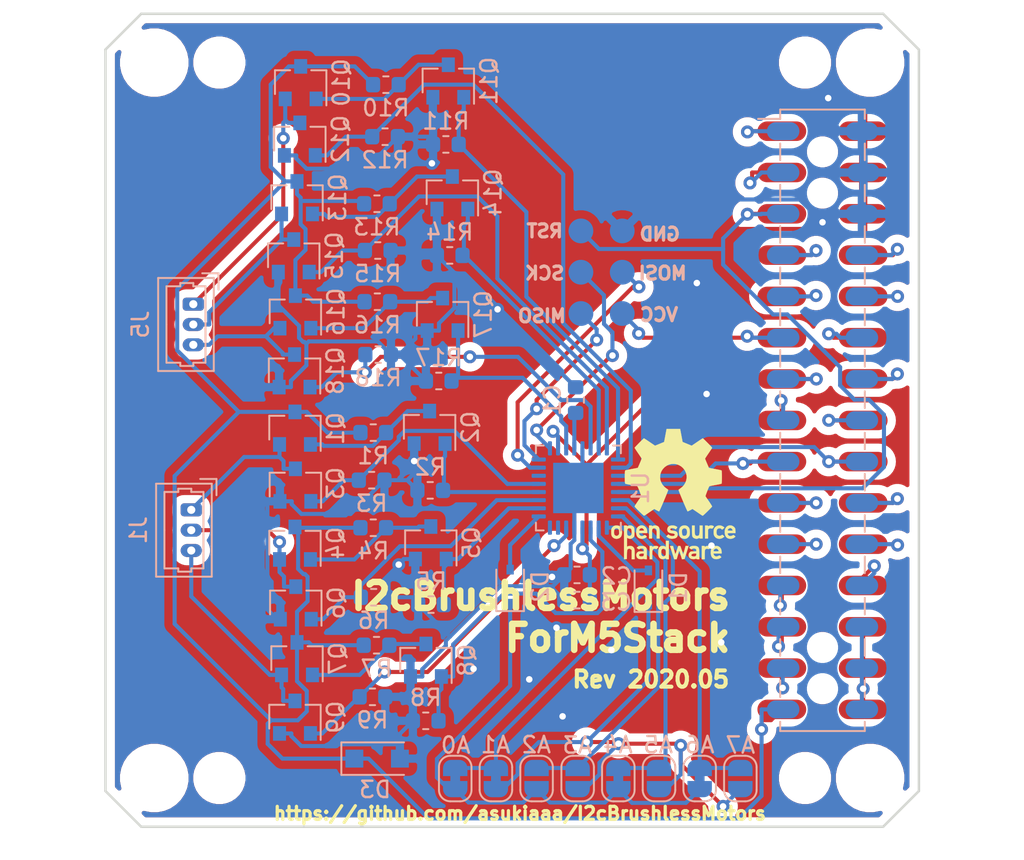
<source format=kicad_pcb>
(kicad_pcb (version 20171130) (host pcbnew 5.1.5-52549c5~86~ubuntu18.04.1)
  (layers (0 F.Cu signal) (31 B.Cu signal) (34 B.Paste user) (35 F.Paste user) (36 B.SilkS user) (37 F.SilkS user) (38 B.Mask user) (39 F.Mask user) (44 Edge.Cuts user))
  (net 0 "")
  (net 1 GND)
  (net 2 +BATT)
  (net 3 +5V)
  (net 4 +3V3)
  (net 5 "Net-(C1-Pad2)")
  (net 6 /21_SDA)
  (net 7 /22_SCL)
  (net 8 /MISO)
  (net 9 /SCK)
  (net 10 /MOSI)
  (net 11 /RST)
  (net 12 /HPWR)
  (net 13 /15)
  (net 14 /12)
  (net 15 /2)
  (net 16 /16)
  (net 17 /3)
  (net 18 /18)
  (net 19 /19)
  (net 20 /23)
  (net 21 /34)
  (net 22 /0)
  (net 23 /13)
  (net 24 /5)
  (net 25 /17)
  (net 26 /1)
  (net 27 /26)
  (net 28 /25)
  (net 29 /36)
  (net 30 /35)
  (net 31 "Net-(U1-Pad14)")
  (net 32 "Net-(U1-Pad8)")
  (net 33 "Net-(U1-Pad7)")
  (net 34 /M1C)
  (net 35 /M1B)
  (net 36 /M1A)
  (net 37 /M2C)
  (net 38 /M2B)
  (net 39 /M2A)
  (net 40 /M2BL)
  (net 41 /M2CH)
  (net 42 /M2CL)
  (net 43 "Net-(Q1-Pad1)")
  (net 44 /M1AH)
  (net 45 /M1AL)
  (net 46 /M1BH)
  (net 47 /M1CH)
  (net 48 /M1BL)
  (net 49 /M1CL)
  (net 50 /M2AH)
  (net 51 /M2BH)
  (net 52 /M2AL)
  (net 53 "Net-(A0-Pad2)")
  (net 54 "Net-(A1-Pad2)")
  (net 55 "Net-(Q4-Pad1)")
  (net 56 "Net-(Q7-Pad1)")
  (net 57 "Net-(Q10-Pad1)")
  (net 58 "Net-(Q13-Pad1)")
  (net 59 "Net-(Q16-Pad1)")
  (net 60 /A01)
  (net 61 /A23)
  (net 62 /A45)
  (net 63 /A67)
  (net 64 "Net-(D2-Pad2)")
  (net 65 "Net-(D1-Pad2)")
  (module Diode_SMD:D_SOD-323 (layer B.Cu) (at 124.874 85.2332 90)
    (fp_text reference D2 (at 0 1.85 90) (layer B.SilkS) (effects (justify mirror)))
    (fp_text value D)
    (pad 2 smd rect (at 1.05 0 90) (size 0.6 0.45) (layers B.Cu B.Paste B.Mask) (net 64 "Net-(D2-Pad2)"))
    (pad 1 smd rect (at -1.05 0 90) (size 0.6 0.45) (layers B.Cu B.Paste B.Mask) (net 53 "Net-(A0-Pad2)"))
  )
  (module Diode_SMD:D_SOD-323 (layer B.Cu) (at 133.374 85.2832 90)
    (fp_text reference D1 (at 0 1.85 90) (layer B.SilkS) (effects (justify mirror)))
    (fp_text value D)
    (pad 2 smd rect (at 1.05 0 90) (size 0.6 0.45) (layers B.Cu B.Paste B.Mask) (net 65 "Net-(D1-Pad2)"))
    (pad 1 smd rect (at -1.05 0 90) (size 0.6 0.45) (layers B.Cu B.Paste B.Mask) (net 54 "Net-(A1-Pad2)"))
  )
  (module Diode_SMD:D_SOD-123F (layer B.Cu) (at 116.699 95.8082)
    (fp_text reference D3 (at -0.127 1.905) (layer B.SilkS) (effects (justify mirror)))
    (fp_text value D)
    (pad 2 smd rect (at 1.4 0) (size 1.1 1.1) (layers B.Cu B.Paste B.Mask) (net 1 GND))
    (pad 1 smd rect (at -1.4 0) (size 1.1 1.1) (layers B.Cu B.Paste B.Mask) (net 2 +BATT))
  )
  (module Capacitor_SMD:C_0603_1608Metric (layer B.Cu) (at 128.986 86.0582)
    (fp_text reference C3 (at 2.4125 0.125) (layer B.SilkS) (effects (justify mirror)))
    (fp_text value 0.1uf)
    (pad 2 smd roundrect (at 0.7875 0) (size 0.875 0.95) (layers B.Cu B.Paste B.Mask) (net 4 +3V3))
    (pad 1 smd roundrect (at -0.7875 0) (size 0.875 0.95) (layers B.Cu B.Paste B.Mask) (net 1 GND))
  )
  (module Capacitor_SMD:C_0603_1608Metric (layer B.Cu) (at 128.986 84.5082)
    (fp_text reference C2 (at 2.425 0.075) (layer B.SilkS) (effects (justify mirror)))
    (fp_text value 1uf)
    (pad 2 smd roundrect (at 0.7875 0) (size 0.875 0.95) (layers B.Cu B.Paste B.Mask) (net 4 +3V3))
    (pad 1 smd roundrect (at -0.7875 0) (size 0.875 0.95) (layers B.Cu B.Paste B.Mask) (net 1 GND))
  )
  (module Capacitor_SMD:C_0603_1608Metric (layer B.Cu) (at 128.899 73.7582 270)
    (fp_text reference C1 (at 0 1.43 90) (layer B.SilkS) (effects (justify mirror)))
    (fp_text value 0.1uf)
    (pad 2 smd roundrect (at 0.7875 0 270) (size 0.875 0.95) (layers B.Cu B.Paste B.Mask) (net 5 "Net-(C1-Pad2)"))
    (pad 1 smd roundrect (at -0.7875 0 270) (size 0.875 0.95) (layers B.Cu B.Paste B.Mask) (net 1 GND))
  )
  (module Resistor_SMD:R_0603_1608Metric (layer B.Cu) (at 116.411 92.0082)
    (fp_text reference R9 (at 0 1.43) (layer B.SilkS) (effects (justify mirror)))
    (fp_text value 10k)
    (pad 2 smd roundrect (at 0.7875 0) (size 0.875 0.95) (layers B.Cu B.Paste B.Mask) (net 1 GND))
    (pad 1 smd roundrect (at -0.7875 0) (size 0.875 0.95) (layers B.Cu B.Paste B.Mask) (net 49 /M1CL))
  )
  (module Package_TO_SOT_SMD:SOT-23 (layer B.Cu) (at 111.774 89.6582 90)
    (fp_text reference Q7 (at 0 2.5 90) (layer B.SilkS) (effects (justify mirror)))
    (fp_text value Q_PMOS_GSD)
    (pad 3 smd rect (at 1 0 90) (size 0.9 0.8) (layers B.Cu B.Paste B.Mask) (net 2 +BATT))
    (pad 2 smd rect (at -1 -0.95 90) (size 0.9 0.8) (layers B.Cu B.Paste B.Mask) (net 34 /M1C))
    (pad 1 smd rect (at -1 0.95 90) (size 0.9 0.8) (layers B.Cu B.Paste B.Mask) (net 56 "Net-(Q7-Pad1)"))
  )
  (module Resistor_SMD:R_0603_1608Metric (layer B.Cu) (at 119.686 93.4832 180)
    (fp_text reference R8 (at 0 1.43) (layer B.SilkS) (effects (justify mirror)))
    (fp_text value 10k)
    (pad 2 smd roundrect (at 0.7875 0 180) (size 0.875 0.95) (layers B.Cu B.Paste B.Mask) (net 1 GND))
    (pad 1 smd roundrect (at -0.7875 0 180) (size 0.875 0.95) (layers B.Cu B.Paste B.Mask) (net 47 /M1CH))
  )
  (module Package_TO_SOT_SMD:SOT-23 (layer B.Cu) (at 111.649 75.4832 90)
    (fp_text reference Q1 (at -0.025 2.5 90) (layer B.SilkS) (effects (justify mirror)))
    (fp_text value Q_PMOS_GSD)
    (pad 3 smd rect (at 1 0 90) (size 0.9 0.8) (layers B.Cu B.Paste B.Mask) (net 2 +BATT))
    (pad 2 smd rect (at -1 -0.95 90) (size 0.9 0.8) (layers B.Cu B.Paste B.Mask) (net 36 /M1A))
    (pad 1 smd rect (at -1 0.95 90) (size 0.9 0.8) (layers B.Cu B.Paste B.Mask) (net 43 "Net-(Q1-Pad1)"))
  )
  (module Resistor_SMD:R_0603_1608Metric (layer B.Cu) (at 119.961 79.3082 180)
    (fp_text reference R2 (at 0 1.43) (layer B.SilkS) (effects (justify mirror)))
    (fp_text value 10k)
    (pad 2 smd roundrect (at 0.7875 0 180) (size 0.875 0.95) (layers B.Cu B.Paste B.Mask) (net 1 GND))
    (pad 1 smd roundrect (at -0.7875 0 180) (size 0.875 0.95) (layers B.Cu B.Paste B.Mask) (net 44 /M1AH))
  )
  (module Resistor_SMD:R_0603_1608Metric (layer B.Cu) (at 116.461 75.7582)
    (fp_text reference R1 (at 0 1.43) (layer B.SilkS) (effects (justify mirror)))
    (fp_text value 10k)
    (pad 2 smd roundrect (at 0.7875 0) (size 0.875 0.95) (layers B.Cu B.Paste B.Mask) (net 43 "Net-(Q1-Pad1)"))
    (pad 1 smd roundrect (at -0.7875 0) (size 0.875 0.95) (layers B.Cu B.Paste B.Mask) (net 2 +BATT))
  )
  (module Resistor_SMD:R_0603_1608Metric (layer B.Cu) (at 116.461 81.6082)
    (fp_text reference R4 (at 0 1.43) (layer B.SilkS) (effects (justify mirror)))
    (fp_text value 10k)
    (pad 2 smd roundrect (at 0.7875 0) (size 0.875 0.95) (layers B.Cu B.Paste B.Mask) (net 55 "Net-(Q4-Pad1)"))
    (pad 1 smd roundrect (at -0.7875 0) (size 0.875 0.95) (layers B.Cu B.Paste B.Mask) (net 2 +BATT))
  )
  (module Package_TO_SOT_SMD:SOT-23 (layer B.Cu) (at 111.574 64.8832 90)
    (fp_text reference Q15 (at 0 2.5 90) (layer B.SilkS) (effects (justify mirror)))
    (fp_text value Q_NMOS_GSD)
    (pad 3 smd rect (at 1 0 90) (size 0.9 0.8) (layers B.Cu B.Paste B.Mask) (net 38 /M2B))
    (pad 2 smd rect (at -1 -0.95 90) (size 0.9 0.8) (layers B.Cu B.Paste B.Mask) (net 1 GND))
    (pad 1 smd rect (at -1 0.95 90) (size 0.9 0.8) (layers B.Cu B.Paste B.Mask) (net 40 /M2BL))
  )
  (module Resistor_SMD:R_0603_1608Metric (layer B.Cu) (at 117.236 54.3582)
    (fp_text reference R10 (at 0 1.43) (layer B.SilkS) (effects (justify mirror)))
    (fp_text value 10k)
    (pad 2 smd roundrect (at 0.7875 0) (size 0.875 0.95) (layers B.Cu B.Paste B.Mask) (net 57 "Net-(Q10-Pad1)"))
    (pad 1 smd roundrect (at -0.7875 0) (size 0.875 0.95) (layers B.Cu B.Paste B.Mask) (net 2 +BATT))
  )
  (module Resistor_SMD:R_0603_1608Metric (layer B.Cu) (at 117.186 57.5582)
    (fp_text reference R12 (at 0 1.43) (layer B.SilkS) (effects (justify mirror)))
    (fp_text value 10k)
    (pad 2 smd roundrect (at 0.7875 0) (size 0.875 0.95) (layers B.Cu B.Paste B.Mask) (net 1 GND))
    (pad 1 smd roundrect (at -0.7875 0) (size 0.875 0.95) (layers B.Cu B.Paste B.Mask) (net 52 /M2AL))
  )
  (module Jumper:SolderJumper-2_P1.3mm_Open_RoundedPad1.0x1.5mm (layer B.Cu) (at 139.024 97.0332 270)
    (fp_text reference A7 (at -2.05 0 180) (layer B.SilkS) (effects (justify mirror)))
    (fp_text value NO)
    (pad 2 smd custom (at 0.65 0 270) (size 1 0.5) (layers B.Cu B.Mask) (net 54 "Net-(A1-Pad2)") (options (clearance outline) (anchor rect)) (primitives (gr_circle (center 0 -0.25) (end 0.5 -0.25) (width 0)) (gr_circle (center 0 0.25) (end 0.5 0.25) (width 0)) (gr_poly (pts (xy 0 0.75) (xy -0.5 0.75) (xy -0.5 -0.75) (xy 0 -0.75)) (width 0))))
    (pad 1 smd custom (at -0.65 0 270) (size 1 0.5) (layers B.Cu B.Mask) (net 63 /A67) (options (clearance outline) (anchor rect)) (primitives (gr_circle (center 0 -0.25) (end 0.5 -0.25) (width 0)) (gr_circle (center 0 0.25) (end 0.5 0.25) (width 0)) (gr_poly (pts (xy 0 0.75) (xy 0.5 0.75) (xy 0.5 -0.75) (xy 0 -0.75)) (width 0))))
  )
  (module Resistor_SMD:R_0603_1608Metric (layer B.Cu) (at 116.736 64.5582)
    (fp_text reference R15 (at 0 1.43) (layer B.SilkS) (effects (justify mirror)))
    (fp_text value 10k)
    (pad 2 smd roundrect (at 0.7875 0) (size 0.875 0.95) (layers B.Cu B.Paste B.Mask) (net 1 GND))
    (pad 1 smd roundrect (at -0.7875 0) (size 0.875 0.95) (layers B.Cu B.Paste B.Mask) (net 40 /M2BL))
  )
  (module Package_TO_SOT_SMD:SOT-23 (layer B.Cu) (at 111.624 71.9582 90)
    (fp_text reference Q18 (at 0 2.5 90) (layer B.SilkS) (effects (justify mirror)))
    (fp_text value Q_NMOS_GSD)
    (pad 3 smd rect (at 1 0 90) (size 0.9 0.8) (layers B.Cu B.Paste B.Mask) (net 37 /M2C))
    (pad 2 smd rect (at -1 -0.95 90) (size 0.9 0.8) (layers B.Cu B.Paste B.Mask) (net 1 GND))
    (pad 1 smd rect (at -1 0.95 90) (size 0.9 0.8) (layers B.Cu B.Paste B.Mask) (net 42 /M2CL))
  )
  (module Resistor_SMD:R_0603_1608Metric (layer B.Cu) (at 120.011 86.3332 180)
    (fp_text reference R5 (at 0 1.43) (layer B.SilkS) (effects (justify mirror)))
    (fp_text value 10k)
    (pad 2 smd roundrect (at 0.7875 0 180) (size 0.875 0.95) (layers B.Cu B.Paste B.Mask) (net 1 GND))
    (pad 1 smd roundrect (at -0.7875 0 180) (size 0.875 0.95) (layers B.Cu B.Paste B.Mask) (net 46 /M1BH))
  )
  (module Jumper:SolderJumper-2_P1.3mm_Bridged_RoundedPad1.0x1.5mm (layer B.Cu) (at 121.499 97.0332 270)
    (fp_text reference A0 (at -2.05 -0.025 180) (layer B.SilkS) (effects (justify mirror)))
    (fp_text value NC)
    (fp_poly (pts (xy 0.25 0.3) (xy -0.25 0.3) (xy -0.25 -0.3) (xy 0.25 -0.3)) (layer B.Cu) (width 0))
    (pad 1 smd custom (at -0.65 0 270) (size 1 0.5) (layers B.Cu B.Mask) (net 60 /A01) (options (clearance outline) (anchor rect)) (primitives (gr_circle (center 0 -0.25) (end 0.5 -0.25) (width 0)) (gr_circle (center 0 0.25) (end 0.5 0.25) (width 0)) (gr_poly (pts (xy 0 0.75) (xy 0.5 0.75) (xy 0.5 -0.75) (xy 0 -0.75)) (width 0))))
    (pad 2 smd custom (at 0.65 0 270) (size 1 0.5) (layers B.Cu B.Mask) (net 53 "Net-(A0-Pad2)") (options (clearance outline) (anchor rect)) (primitives (gr_circle (center 0 -0.25) (end 0.5 -0.25) (width 0)) (gr_circle (center 0 0.25) (end 0.5 0.25) (width 0)) (gr_poly (pts (xy 0 0.75) (xy -0.5 0.75) (xy -0.5 -0.75) (xy 0 -0.75)) (width 0))))
  )
  (module Resistor_SMD:R_0603_1608Metric (layer B.Cu) (at 116.661 88.8332)
    (fp_text reference R7 (at 0 1.43) (layer B.SilkS) (effects (justify mirror)))
    (fp_text value 10k)
    (pad 2 smd roundrect (at 0.7875 0) (size 0.875 0.95) (layers B.Cu B.Paste B.Mask) (net 56 "Net-(Q7-Pad1)"))
    (pad 1 smd roundrect (at -0.7875 0) (size 0.875 0.95) (layers B.Cu B.Paste B.Mask) (net 2 +BATT))
  )
  (module Resistor_SMD:R_0603_1608Metric (layer B.Cu) (at 116.711 67.7082)
    (fp_text reference R16 (at 0 1.43) (layer B.SilkS) (effects (justify mirror)))
    (fp_text value 10k)
    (pad 2 smd roundrect (at 0.7875 0) (size 0.875 0.95) (layers B.Cu B.Paste B.Mask) (net 59 "Net-(Q16-Pad1)"))
    (pad 1 smd roundrect (at -0.7875 0) (size 0.875 0.95) (layers B.Cu B.Paste B.Mask) (net 2 +BATT))
  )
  (module Package_TO_SOT_SMD:SOT-23 (layer B.Cu) (at 111.699 86.2332 90)
    (fp_text reference Q6 (at 0 2.5 90) (layer B.SilkS) (effects (justify mirror)))
    (fp_text value Q_NMOS_GSD)
    (pad 3 smd rect (at 1 0 90) (size 0.9 0.8) (layers B.Cu B.Paste B.Mask) (net 35 /M1B))
    (pad 2 smd rect (at -1 -0.95 90) (size 0.9 0.8) (layers B.Cu B.Paste B.Mask) (net 1 GND))
    (pad 1 smd rect (at -1 0.95 90) (size 0.9 0.8) (layers B.Cu B.Paste B.Mask) (net 48 /M1BL))
  )
  (module Package_TO_SOT_SMD:SOT-23 (layer B.Cu) (at 121.324 61.0082 90)
    (fp_text reference Q14 (at 0 2.5 90) (layer B.SilkS) (effects (justify mirror)))
    (fp_text value Q_NMOS_GSD)
    (pad 3 smd rect (at 1 0 90) (size 0.9 0.8) (layers B.Cu B.Paste B.Mask) (net 58 "Net-(Q13-Pad1)"))
    (pad 2 smd rect (at -1 -0.95 90) (size 0.9 0.8) (layers B.Cu B.Paste B.Mask) (net 1 GND))
    (pad 1 smd rect (at -1 0.95 90) (size 0.9 0.8) (layers B.Cu B.Paste B.Mask) (net 51 /M2BH))
  )
  (module Jumper:SolderJumper-2_P1.3mm_Open_RoundedPad1.0x1.5mm (layer B.Cu) (at 126.499 97.0332 270)
    (fp_text reference A2 (at -2.075 0.025 180) (layer B.SilkS) (effects (justify mirror)))
    (fp_text value NO)
    (pad 2 smd custom (at 0.65 0 270) (size 1 0.5) (layers B.Cu B.Mask) (net 53 "Net-(A0-Pad2)") (options (clearance outline) (anchor rect)) (primitives (gr_circle (center 0 -0.25) (end 0.5 -0.25) (width 0)) (gr_circle (center 0 0.25) (end 0.5 0.25) (width 0)) (gr_poly (pts (xy 0 0.75) (xy -0.5 0.75) (xy -0.5 -0.75) (xy 0 -0.75)) (width 0))))
    (pad 1 smd custom (at -0.65 0 270) (size 1 0.5) (layers B.Cu B.Mask) (net 61 /A23) (options (clearance outline) (anchor rect)) (primitives (gr_circle (center 0 -0.25) (end 0.5 -0.25) (width 0)) (gr_circle (center 0 0.25) (end 0.5 0.25) (width 0)) (gr_poly (pts (xy 0 0.75) (xy 0.5 0.75) (xy 0.5 -0.75) (xy 0 -0.75)) (width 0))))
  )
  (module Package_TO_SOT_SMD:SOT-23 (layer B.Cu) (at 111.649 93.2582 90)
    (fp_text reference Q9 (at 0 2.5 90) (layer B.SilkS) (effects (justify mirror)))
    (fp_text value Q_NMOS_GSD)
    (pad 3 smd rect (at 1 0 90) (size 0.9 0.8) (layers B.Cu B.Paste B.Mask) (net 34 /M1C))
    (pad 2 smd rect (at -1 -0.95 90) (size 0.9 0.8) (layers B.Cu B.Paste B.Mask) (net 1 GND))
    (pad 1 smd rect (at -1 0.95 90) (size 0.9 0.8) (layers B.Cu B.Paste B.Mask) (net 49 /M1CL))
  )
  (module Package_TO_SOT_SMD:SOT-23 (layer B.Cu) (at 119.999 82.5332 90)
    (fp_text reference Q5 (at 0 2.5 90) (layer B.SilkS) (effects (justify mirror)))
    (fp_text value Q_NMOS_GSD)
    (pad 3 smd rect (at 1 0 90) (size 0.9 0.8) (layers B.Cu B.Paste B.Mask) (net 55 "Net-(Q4-Pad1)"))
    (pad 2 smd rect (at -1 -0.95 90) (size 0.9 0.8) (layers B.Cu B.Paste B.Mask) (net 1 GND))
    (pad 1 smd rect (at -1 0.95 90) (size 0.9 0.8) (layers B.Cu B.Paste B.Mask) (net 46 /M1BH))
  )
  (module Resistor_SMD:R_0603_1608Metric (layer B.Cu) (at 121.161 64.8582 180)
    (fp_text reference R14 (at 0 1.43) (layer B.SilkS) (effects (justify mirror)))
    (fp_text value 10k)
    (pad 2 smd roundrect (at 0.7875 0 180) (size 0.875 0.95) (layers B.Cu B.Paste B.Mask) (net 1 GND))
    (pad 1 smd roundrect (at -0.7875 0 180) (size 0.875 0.95) (layers B.Cu B.Paste B.Mask) (net 51 /M2BH))
  )
  (module Package_TO_SOT_SMD:SOT-23 (layer B.Cu) (at 111.649 82.5582 90)
    (fp_text reference Q4 (at 0 2.5 90) (layer B.SilkS) (effects (justify mirror)))
    (fp_text value Q_PMOS_GSD)
    (pad 3 smd rect (at 1 0 90) (size 0.9 0.8) (layers B.Cu B.Paste B.Mask) (net 2 +BATT))
    (pad 2 smd rect (at -1 -0.95 90) (size 0.9 0.8) (layers B.Cu B.Paste B.Mask) (net 35 /M1B))
    (pad 1 smd rect (at -1 0.95 90) (size 0.9 0.8) (layers B.Cu B.Paste B.Mask) (net 55 "Net-(Q4-Pad1)"))
  )
  (module Package_TO_SOT_SMD:SOT-23 (layer B.Cu) (at 111.949 57.7082 90)
    (fp_text reference Q12 (at 0 2.5 90) (layer B.SilkS) (effects (justify mirror)))
    (fp_text value Q_NMOS_GSD)
    (pad 3 smd rect (at 1 0 90) (size 0.9 0.8) (layers B.Cu B.Paste B.Mask) (net 39 /M2A))
    (pad 2 smd rect (at -1 -0.95 90) (size 0.9 0.8) (layers B.Cu B.Paste B.Mask) (net 1 GND))
    (pad 1 smd rect (at -1 0.95 90) (size 0.9 0.8) (layers B.Cu B.Paste B.Mask) (net 52 /M2AL))
  )
  (module Package_TO_SOT_SMD:SOT-23 (layer B.Cu) (at 119.699 89.7582 90)
    (fp_text reference Q8 (at 0 2.5 90) (layer B.SilkS) (effects (justify mirror)))
    (fp_text value Q_NMOS_GSD)
    (pad 3 smd rect (at 1 0 90) (size 0.9 0.8) (layers B.Cu B.Paste B.Mask) (net 56 "Net-(Q7-Pad1)"))
    (pad 2 smd rect (at -1 -0.95 90) (size 0.9 0.8) (layers B.Cu B.Paste B.Mask) (net 1 GND))
    (pad 1 smd rect (at -1 0.95 90) (size 0.9 0.8) (layers B.Cu B.Paste B.Mask) (net 47 /M1CH))
  )
  (module Resistor_SMD:R_0603_1608Metric (layer B.Cu) (at 120.924 58.0332 180)
    (fp_text reference R11 (at 0 1.43) (layer B.SilkS) (effects (justify mirror)))
    (fp_text value 10k)
    (pad 2 smd roundrect (at 0.7875 0 180) (size 0.875 0.95) (layers B.Cu B.Paste B.Mask) (net 1 GND))
    (pad 1 smd roundrect (at -0.7875 0 180) (size 0.875 0.95) (layers B.Cu B.Paste B.Mask) (net 50 /M2AH))
  )
  (module Resistor_SMD:R_0603_1608Metric (layer B.Cu) (at 116.761 70.9582)
    (fp_text reference R18 (at 0 1.43) (layer B.SilkS) (effects (justify mirror)))
    (fp_text value 10k)
    (pad 2 smd roundrect (at 0.7875 0) (size 0.875 0.95) (layers B.Cu B.Paste B.Mask) (net 1 GND))
    (pad 1 smd roundrect (at -0.7875 0) (size 0.875 0.95) (layers B.Cu B.Paste B.Mask) (net 42 /M2CL))
  )
  (module Package_TO_SOT_SMD:SOT-23 (layer B.Cu) (at 111.674 78.9832 90)
    (fp_text reference Q3 (at 0.1 2.475 90) (layer B.SilkS) (effects (justify mirror)))
    (fp_text value Q_NMOS_GSD)
    (pad 3 smd rect (at 1 0 90) (size 0.9 0.8) (layers B.Cu B.Paste B.Mask) (net 36 /M1A))
    (pad 2 smd rect (at -1 -0.95 90) (size 0.9 0.8) (layers B.Cu B.Paste B.Mask) (net 1 GND))
    (pad 1 smd rect (at -1 0.95 90) (size 0.9 0.8) (layers B.Cu B.Paste B.Mask) (net 45 /M1AL))
  )
  (module Jumper:SolderJumper-2_P1.3mm_Open_RoundedPad1.0x1.5mm (layer B.Cu) (at 134.024 97.0332 270)
    (fp_text reference A5 (at -2.075 0.05) (layer B.SilkS) (effects (justify mirror)))
    (fp_text value NO)
    (pad 2 smd custom (at 0.65 0 270) (size 1 0.5) (layers B.Cu B.Mask) (net 54 "Net-(A1-Pad2)") (options (clearance outline) (anchor rect)) (primitives (gr_circle (center 0 -0.25) (end 0.5 -0.25) (width 0)) (gr_circle (center 0 0.25) (end 0.5 0.25) (width 0)) (gr_poly (pts (xy 0 0.75) (xy -0.5 0.75) (xy -0.5 -0.75) (xy 0 -0.75)) (width 0))))
    (pad 1 smd custom (at -0.65 0 270) (size 1 0.5) (layers B.Cu B.Mask) (net 62 /A45) (options (clearance outline) (anchor rect)) (primitives (gr_circle (center 0 -0.25) (end 0.5 -0.25) (width 0)) (gr_circle (center 0 0.25) (end 0.5 0.25) (width 0)) (gr_poly (pts (xy 0 0.75) (xy 0.5 0.75) (xy 0.5 -0.75) (xy 0 -0.75)) (width 0))))
  )
  (module Package_TO_SOT_SMD:SOT-23 (layer B.Cu) (at 111.999 54.2332 90)
    (fp_text reference Q10 (at 0 2.5 90) (layer B.SilkS) (effects (justify mirror)))
    (fp_text value Q_PMOS_GSD)
    (pad 3 smd rect (at 1 0 90) (size 0.9 0.8) (layers B.Cu B.Paste B.Mask) (net 2 +BATT))
    (pad 2 smd rect (at -1 -0.95 90) (size 0.9 0.8) (layers B.Cu B.Paste B.Mask) (net 39 /M2A))
    (pad 1 smd rect (at -1 0.95 90) (size 0.9 0.8) (layers B.Cu B.Paste B.Mask) (net 57 "Net-(Q10-Pad1)"))
  )
  (module Jumper:SolderJumper-2_P1.3mm_Open_RoundedPad1.0x1.5mm (layer B.Cu) (at 129.024 97.0332 270)
    (fp_text reference A3 (at -2.05 0.025 180) (layer B.SilkS) (effects (justify mirror)))
    (fp_text value NO)
    (pad 2 smd custom (at 0.65 0 270) (size 1 0.5) (layers B.Cu B.Mask) (net 54 "Net-(A1-Pad2)") (options (clearance outline) (anchor rect)) (primitives (gr_circle (center 0 -0.25) (end 0.5 -0.25) (width 0)) (gr_circle (center 0 0.25) (end 0.5 0.25) (width 0)) (gr_poly (pts (xy 0 0.75) (xy -0.5 0.75) (xy -0.5 -0.75) (xy 0 -0.75)) (width 0))))
    (pad 1 smd custom (at -0.65 0 270) (size 1 0.5) (layers B.Cu B.Mask) (net 61 /A23) (options (clearance outline) (anchor rect)) (primitives (gr_circle (center 0 -0.25) (end 0.5 -0.25) (width 0)) (gr_circle (center 0 0.25) (end 0.5 0.25) (width 0)) (gr_poly (pts (xy 0 0.75) (xy 0.5 0.75) (xy 0.5 -0.75) (xy 0 -0.75)) (width 0))))
  )
  (module Package_TO_SOT_SMD:SOT-23 (layer B.Cu) (at 120.724 68.4832 90)
    (fp_text reference Q17 (at 0 2.5 90) (layer B.SilkS) (effects (justify mirror)))
    (fp_text value Q_NMOS_GSD)
    (pad 3 smd rect (at 1 0 90) (size 0.9 0.8) (layers B.Cu B.Paste B.Mask) (net 59 "Net-(Q16-Pad1)"))
    (pad 2 smd rect (at -1 -0.95 90) (size 0.9 0.8) (layers B.Cu B.Paste B.Mask) (net 1 GND))
    (pad 1 smd rect (at -1 0.95 90) (size 0.9 0.8) (layers B.Cu B.Paste B.Mask) (net 41 /M2CH))
  )
  (module Package_TO_SOT_SMD:SOT-23 (layer B.Cu) (at 121.074 54.1332 90)
    (fp_text reference Q11 (at 0 2.5 90) (layer B.SilkS) (effects (justify mirror)))
    (fp_text value Q_NMOS_GSD)
    (pad 3 smd rect (at 1 0 90) (size 0.9 0.8) (layers B.Cu B.Paste B.Mask) (net 57 "Net-(Q10-Pad1)"))
    (pad 2 smd rect (at -1 -0.95 90) (size 0.9 0.8) (layers B.Cu B.Paste B.Mask) (net 1 GND))
    (pad 1 smd rect (at -1 0.95 90) (size 0.9 0.8) (layers B.Cu B.Paste B.Mask) (net 50 /M2AH))
  )
  (module Jumper:SolderJumper-2_P1.3mm_Bridged_RoundedPad1.0x1.5mm (layer B.Cu) (at 123.999 97.0332 270)
    (fp_text reference A1 (at -2.075 0.025 180) (layer B.SilkS) (effects (justify mirror)))
    (fp_text value NC)
    (fp_poly (pts (xy 0.25 0.3) (xy -0.25 0.3) (xy -0.25 -0.3) (xy 0.25 -0.3)) (layer B.Cu) (width 0))
    (pad 1 smd custom (at -0.65 0 270) (size 1 0.5) (layers B.Cu B.Mask) (net 60 /A01) (options (clearance outline) (anchor rect)) (primitives (gr_circle (center 0 -0.25) (end 0.5 -0.25) (width 0)) (gr_circle (center 0 0.25) (end 0.5 0.25) (width 0)) (gr_poly (pts (xy 0 0.75) (xy 0.5 0.75) (xy 0.5 -0.75) (xy 0 -0.75)) (width 0))))
    (pad 2 smd custom (at 0.65 0 270) (size 1 0.5) (layers B.Cu B.Mask) (net 54 "Net-(A1-Pad2)") (options (clearance outline) (anchor rect)) (primitives (gr_circle (center 0 -0.25) (end 0.5 -0.25) (width 0)) (gr_circle (center 0 0.25) (end 0.5 0.25) (width 0)) (gr_poly (pts (xy 0 0.75) (xy -0.5 0.75) (xy -0.5 -0.75) (xy 0 -0.75)) (width 0))))
  )
  (module Package_TO_SOT_SMD:SOT-23 (layer B.Cu) (at 119.924 75.4332 90)
    (fp_text reference Q2 (at 0 2.5 90) (layer B.SilkS) (effects (justify mirror)))
    (fp_text value Q_NMOS_GSD)
    (pad 3 smd rect (at 1 0 90) (size 0.9 0.8) (layers B.Cu B.Paste B.Mask) (net 43 "Net-(Q1-Pad1)"))
    (pad 2 smd rect (at -1 -0.95 90) (size 0.9 0.8) (layers B.Cu B.Paste B.Mask) (net 1 GND))
    (pad 1 smd rect (at -1 0.95 90) (size 0.9 0.8) (layers B.Cu B.Paste B.Mask) (net 44 /M1AH))
  )
  (module Resistor_SMD:R_0603_1608Metric (layer B.Cu) (at 116.486 85.8832)
    (fp_text reference R6 (at 0 1.43) (layer B.SilkS) (effects (justify mirror)))
    (fp_text value 10k)
    (pad 2 smd roundrect (at 0.7875 0) (size 0.875 0.95) (layers B.Cu B.Paste B.Mask) (net 1 GND))
    (pad 1 smd roundrect (at -0.7875 0) (size 0.875 0.95) (layers B.Cu B.Paste B.Mask) (net 48 /M1BL))
  )
  (module Resistor_SMD:R_0603_1608Metric (layer B.Cu) (at 116.686 61.6832)
    (fp_text reference R13 (at 0 1.43) (layer B.SilkS) (effects (justify mirror)))
    (fp_text value 10k)
    (pad 2 smd roundrect (at 0.7875 0) (size 0.875 0.95) (layers B.Cu B.Paste B.Mask) (net 58 "Net-(Q13-Pad1)"))
    (pad 1 smd roundrect (at -0.7875 0) (size 0.875 0.95) (layers B.Cu B.Paste B.Mask) (net 2 +BATT))
  )
  (module Connector_Molex:Molex_PicoBlade_53047-0310_1x03_P1.25mm_Vertical (layer B.Cu) (at 105.274 80.5082 270)
    (fp_text reference J1 (at 1.25 3.25 90) (layer B.SilkS) (effects (justify mirror)))
    (fp_text value Conn_01x03)
    (pad 3 thru_hole oval (at 2.5 0 270) (size 0.8 1.3) (drill 0.5) (layers *.Cu *.Mask) (net 34 /M1C))
    (pad 2 thru_hole oval (at 1.25 0 270) (size 0.8 1.3) (drill 0.5) (layers *.Cu *.Mask) (net 35 /M1B))
    (pad 1 thru_hole roundrect (at 0 0 270) (size 0.8 1.3) (drill 0.5) (layers *.Cu *.Mask) (net 36 /M1A))
  )
  (module Package_TO_SOT_SMD:SOT-23 (layer B.Cu) (at 111.774 61.3082 90)
    (fp_text reference Q13 (at 0 2.5 90) (layer B.SilkS) (effects (justify mirror)))
    (fp_text value Q_PMOS_GSD)
    (pad 3 smd rect (at 1 0 90) (size 0.9 0.8) (layers B.Cu B.Paste B.Mask) (net 2 +BATT))
    (pad 2 smd rect (at -1 -0.95 90) (size 0.9 0.8) (layers B.Cu B.Paste B.Mask) (net 38 /M2B))
    (pad 1 smd rect (at -1 0.95 90) (size 0.9 0.8) (layers B.Cu B.Paste B.Mask) (net 58 "Net-(Q13-Pad1)"))
  )
  (module Package_DFN_QFN:QFN-32-1EP_5x5mm_P0.5mm_EP3.1x3.1mm (layer B.Cu) (at 129.069 79.1632 90)
    (fp_text reference U1 (at 0 3.82 90) (layer B.SilkS) (effects (justify mirror)))
    (fp_text value ATmega328PB-MU)
    (pad 33 smd rect (at 0 0 90) (size 3.1 3.1) (layers B.Cu B.Mask) (net 1 GND))
    (pad 32 smd roundrect (at -1.75 2.4375 90) (size 0.25 0.875) (layers B.Cu B.Paste B.Mask) (net 61 /A23))
    (pad 31 smd roundrect (at -1.25 2.4375 90) (size 0.25 0.875) (layers B.Cu B.Paste B.Mask) (net 62 /A45))
    (pad 30 smd roundrect (at -0.75 2.4375 90) (size 0.25 0.875) (layers B.Cu B.Paste B.Mask) (net 63 /A67))
    (pad 29 smd roundrect (at -0.25 2.4375 90) (size 0.25 0.875) (layers B.Cu B.Paste B.Mask) (net 11 /RST))
    (pad 28 smd roundrect (at 0.25 2.4375 90) (size 0.25 0.875) (layers B.Cu B.Paste B.Mask) (net 7 /22_SCL))
    (pad 27 smd roundrect (at 0.75 2.4375 90) (size 0.25 0.875) (layers B.Cu B.Paste B.Mask) (net 6 /21_SDA))
    (pad 26 smd roundrect (at 1.25 2.4375 90) (size 0.25 0.875) (layers B.Cu B.Paste B.Mask) (net 52 /M2AL))
    (pad 25 smd roundrect (at 1.75 2.4375 90) (size 0.25 0.875) (layers B.Cu B.Paste B.Mask) (net 50 /M2AH))
    (pad 24 smd roundrect (at 2.4375 1.75 90) (size 0.875 0.25) (layers B.Cu B.Paste B.Mask) (net 40 /M2BL))
    (pad 23 smd roundrect (at 2.4375 1.25 90) (size 0.875 0.25) (layers B.Cu B.Paste B.Mask) (net 51 /M2BH))
    (pad 22 smd roundrect (at 2.4375 0.75 90) (size 0.875 0.25) (layers B.Cu B.Paste B.Mask) (net 42 /M2CL))
    (pad 21 smd roundrect (at 2.4375 0.25 90) (size 0.875 0.25) (layers B.Cu B.Paste B.Mask) (net 1 GND))
    (pad 20 smd roundrect (at 2.4375 -0.25 90) (size 0.875 0.25) (layers B.Cu B.Paste B.Mask) (net 5 "Net-(C1-Pad2)"))
    (pad 19 smd roundrect (at 2.4375 -0.75 90) (size 0.875 0.25) (layers B.Cu B.Paste B.Mask) (net 41 /M2CH))
    (pad 18 smd roundrect (at 2.4375 -1.25 90) (size 0.875 0.25) (layers B.Cu B.Paste B.Mask) (net 4 +3V3))
    (pad 17 smd roundrect (at 2.4375 -1.75 90) (size 0.875 0.25) (layers B.Cu B.Paste B.Mask) (net 9 /SCK))
    (pad 16 smd roundrect (at 1.75 -2.4375 90) (size 0.25 0.875) (layers B.Cu B.Paste B.Mask) (net 8 /MISO))
    (pad 15 smd roundrect (at 1.25 -2.4375 90) (size 0.25 0.875) (layers B.Cu B.Paste B.Mask) (net 10 /MOSI))
    (pad 14 smd roundrect (at 0.75 -2.4375 90) (size 0.25 0.875) (layers B.Cu B.Paste B.Mask) (net 31 "Net-(U1-Pad14)"))
    (pad 13 smd roundrect (at 0.25 -2.4375 90) (size 0.25 0.875) (layers B.Cu B.Paste B.Mask) (net 45 /M1AL))
    (pad 12 smd roundrect (at -0.25 -2.4375 90) (size 0.25 0.875) (layers B.Cu B.Paste B.Mask) (net 44 /M1AH))
    (pad 11 smd roundrect (at -0.75 -2.4375 90) (size 0.25 0.875) (layers B.Cu B.Paste B.Mask) (net 48 /M1BL))
    (pad 10 smd roundrect (at -1.25 -2.4375 90) (size 0.25 0.875) (layers B.Cu B.Paste B.Mask) (net 46 /M1BH))
    (pad 9 smd roundrect (at -1.75 -2.4375 90) (size 0.25 0.875) (layers B.Cu B.Paste B.Mask) (net 64 "Net-(D2-Pad2)"))
    (pad 8 smd roundrect (at -2.4375 -1.75 90) (size 0.875 0.25) (layers B.Cu B.Paste B.Mask) (net 32 "Net-(U1-Pad8)"))
    (pad 7 smd roundrect (at -2.4375 -1.25 90) (size 0.875 0.25) (layers B.Cu B.Paste B.Mask) (net 33 "Net-(U1-Pad7)"))
    (pad 6 smd roundrect (at -2.4375 -0.75 90) (size 0.875 0.25) (layers B.Cu B.Paste B.Mask) (net 49 /M1CL))
    (pad 5 smd roundrect (at -2.4375 -0.25 90) (size 0.875 0.25) (layers B.Cu B.Paste B.Mask) (net 1 GND))
    (pad 4 smd roundrect (at -2.4375 0.25 90) (size 0.875 0.25) (layers B.Cu B.Paste B.Mask) (net 4 +3V3))
    (pad 3 smd roundrect (at -2.4375 0.75 90) (size 0.875 0.25) (layers B.Cu B.Paste B.Mask) (net 47 /M1CH))
    (pad 2 smd roundrect (at -2.4375 1.25 90) (size 0.875 0.25) (layers B.Cu B.Paste B.Mask) (net 65 "Net-(D1-Pad2)"))
    (pad 1 smd roundrect (at -2.4375 1.75 90) (size 0.875 0.25) (layers B.Cu B.Paste B.Mask) (net 60 /A01))
  )
  (module Resistor_SMD:R_0603_1608Metric (layer B.Cu) (at 120.486 72.5832 180)
    (fp_text reference R17 (at 0 1.43) (layer B.SilkS) (effects (justify mirror)))
    (fp_text value 10k)
    (pad 2 smd roundrect (at 0.7875 0 180) (size 0.875 0.95) (layers B.Cu B.Paste B.Mask) (net 1 GND))
    (pad 1 smd roundrect (at -0.7875 0 180) (size 0.875 0.95) (layers B.Cu B.Paste B.Mask) (net 41 /M2CH))
  )
  (module Package_TO_SOT_SMD:SOT-23 (layer B.Cu) (at 111.674 68.3332 90)
    (fp_text reference Q16 (at 0 2.5 90) (layer B.SilkS) (effects (justify mirror)))
    (fp_text value Q_PMOS_GSD)
    (pad 3 smd rect (at 1 0 90) (size 0.9 0.8) (layers B.Cu B.Paste B.Mask) (net 2 +BATT))
    (pad 2 smd rect (at -1 -0.95 90) (size 0.9 0.8) (layers B.Cu B.Paste B.Mask) (net 37 /M2C))
    (pad 1 smd rect (at -1 0.95 90) (size 0.9 0.8) (layers B.Cu B.Paste B.Mask) (net 59 "Net-(Q16-Pad1)"))
  )
  (module Jumper:SolderJumper-2_P1.3mm_Bridged_RoundedPad1.0x1.5mm (layer B.Cu) (at 136.524 97.0332 270)
    (fp_text reference A6 (at -2.075 0 180) (layer B.SilkS) (effects (justify mirror)))
    (fp_text value NC)
    (fp_poly (pts (xy 0.25 0.3) (xy -0.25 0.3) (xy -0.25 -0.3) (xy 0.25 -0.3)) (layer B.Cu) (width 0))
    (pad 1 smd custom (at -0.65 0 270) (size 1 0.5) (layers B.Cu B.Mask) (net 63 /A67) (options (clearance outline) (anchor rect)) (primitives (gr_circle (center 0 -0.25) (end 0.5 -0.25) (width 0)) (gr_circle (center 0 0.25) (end 0.5 0.25) (width 0)) (gr_poly (pts (xy 0 0.75) (xy 0.5 0.75) (xy 0.5 -0.75) (xy 0 -0.75)) (width 0))))
    (pad 2 smd custom (at 0.65 0 270) (size 1 0.5) (layers B.Cu B.Mask) (net 53 "Net-(A0-Pad2)") (options (clearance outline) (anchor rect)) (primitives (gr_circle (center 0 -0.25) (end 0.5 -0.25) (width 0)) (gr_circle (center 0 0.25) (end 0.5 0.25) (width 0)) (gr_poly (pts (xy 0 0.75) (xy -0.5 0.75) (xy -0.5 -0.75) (xy 0 -0.75)) (width 0))))
  )
  (module Connector_Molex:Molex_PicoBlade_53047-0310_1x03_P1.25mm_Vertical (layer B.Cu) (at 105.399 67.8582 270)
    (fp_text reference J5 (at 1.25 3.25 90) (layer B.SilkS) (effects (justify mirror)))
    (fp_text value Conn_01x03)
    (pad 3 thru_hole oval (at 2.5 0 270) (size 0.8 1.3) (drill 0.5) (layers *.Cu *.Mask) (net 37 /M2C))
    (pad 2 thru_hole oval (at 1.25 0 270) (size 0.8 1.3) (drill 0.5) (layers *.Cu *.Mask) (net 38 /M2B))
    (pad 1 thru_hole roundrect (at 0 0 270) (size 0.8 1.3) (drill 0.5) (layers *.Cu *.Mask) (net 39 /M2A))
  )
  (module Jumper:SolderJumper-2_P1.3mm_Bridged_RoundedPad1.0x1.5mm (layer B.Cu) (at 131.524 97.0332 270)
    (fp_text reference A4 (at -2.075 0.025 180) (layer B.SilkS) (effects (justify mirror)))
    (fp_text value NC)
    (fp_poly (pts (xy 0.25 0.3) (xy -0.25 0.3) (xy -0.25 -0.3) (xy 0.25 -0.3)) (layer B.Cu) (width 0))
    (pad 1 smd custom (at -0.65 0 270) (size 1 0.5) (layers B.Cu B.Mask) (net 62 /A45) (options (clearance outline) (anchor rect)) (primitives (gr_circle (center 0 -0.25) (end 0.5 -0.25) (width 0)) (gr_circle (center 0 0.25) (end 0.5 0.25) (width 0)) (gr_poly (pts (xy 0 0.75) (xy 0.5 0.75) (xy 0.5 -0.75) (xy 0 -0.75)) (width 0))))
    (pad 2 smd custom (at 0.65 0 270) (size 1 0.5) (layers B.Cu B.Mask) (net 53 "Net-(A0-Pad2)") (options (clearance outline) (anchor rect)) (primitives (gr_circle (center 0 -0.25) (end 0.5 -0.25) (width 0)) (gr_circle (center 0 0.25) (end 0.5 0.25) (width 0)) (gr_poly (pts (xy 0 0.75) (xy -0.5 0.75) (xy -0.5 -0.75) (xy 0 -0.75)) (width 0))))
  )
  (module footprints:PinHeader_2x15_P2.54mm_M5Stack (layer F.Cu) (at 144.074 75)
    (fp_text reference J3 hide)
    (fp_text value Header)
    (pad "" np_thru_hole oval (at 0 13.97) (size 0.9 0.9) (drill 0.9) (layers *.Cu *.Mask))
    (pad "" np_thru_hole oval (at 0 -13.97) (size 0.9 0.9) (drill 0.9) (layers *.Cu *.Mask))
    (pad 30 smd oval (at 2.5 17.78) (size 3 1.2) (layers F.Cu F.Paste F.Mask) (net 12 /HPWR))
    (pad 28 smd oval (at 2.5 15.24) (size 3 1.2) (layers F.Cu F.Paste F.Mask) (net 12 /HPWR))
    (pad 26 smd oval (at 2.5 12.7) (size 3 1.2) (layers F.Cu F.Paste F.Mask) (net 12 /HPWR))
    (pad 24 smd oval (at 2.5 10.16) (size 3 1.2) (layers F.Cu F.Paste F.Mask) (net 13 /15))
    (pad 22 smd oval (at 2.5 7.62) (size 3 1.2) (layers F.Cu F.Paste F.Mask) (net 14 /12))
    (pad 20 smd oval (at 2.5 5.08) (size 3 1.2) (layers F.Cu F.Paste F.Mask) (net 15 /2))
    (pad 18 smd oval (at 2.5 2.54) (size 3 1.2) (layers F.Cu F.Paste F.Mask) (net 6 /21_SDA))
    (pad 16 smd oval (at 2.5 0.01) (size 3 1.2) (layers F.Cu F.Paste F.Mask) (net 16 /16))
    (pad 14 smd oval (at 2.5 -2.55) (size 3 1.2) (layers F.Cu F.Paste F.Mask) (net 17 /3))
    (pad 12 smd oval (at 2.5 -5.08) (size 3 1.2) (layers F.Cu F.Paste F.Mask) (net 18 /18))
    (pad 10 smd oval (at 2.5 -7.62) (size 3 1.2) (layers F.Cu F.Paste F.Mask) (net 19 /19))
    (pad 8 smd oval (at 2.5 -10.16) (size 3 1.2) (layers F.Cu F.Paste F.Mask) (net 20 /23))
    (pad 6 smd oval (at 2.5 -12.7) (size 3 1.2) (layers F.Cu F.Paste F.Mask) (net 1 GND))
    (pad 4 smd oval (at 2.5 -15.24) (size 3 1.2) (layers F.Cu F.Paste F.Mask) (net 1 GND))
    (pad 2 smd oval (at 2.5 -17.78) (size 3 1.2) (layers F.Cu F.Paste F.Mask) (net 1 GND))
    (pad 29 smd oval (at -2.5 17.78) (size 3 1.2) (layers F.Cu F.Paste F.Mask) (net 2 +BATT))
    (pad 27 smd oval (at -2.5 15.24) (size 3 1.2) (layers F.Cu F.Paste F.Mask) (net 3 +5V))
    (pad 25 smd oval (at -2.5 12.7) (size 3 1.2) (layers F.Cu F.Paste F.Mask) (net 21 /34))
    (pad 23 smd oval (at -2.5 10.16) (size 3 1.2) (layers F.Cu F.Paste F.Mask) (net 22 /0))
    (pad 21 smd oval (at -2.5 7.62) (size 3 1.2) (layers F.Cu F.Paste F.Mask) (net 23 /13))
    (pad 19 smd oval (at -2.5 5.08) (size 3 1.2) (layers F.Cu F.Paste F.Mask) (net 24 /5))
    (pad 17 smd oval (at -2.5 2.54) (size 3 1.2) (layers F.Cu F.Paste F.Mask) (net 7 /22_SCL))
    (pad 15 smd oval (at -2.5 0.01) (size 3 1.2) (layers F.Cu F.Paste F.Mask) (net 25 /17))
    (pad 13 smd oval (at -2.5 -2.54) (size 3 1.2) (layers F.Cu F.Paste F.Mask) (net 26 /1))
    (pad 11 smd oval (at -2.5 -5.08) (size 3 1.2) (layers F.Cu F.Paste F.Mask) (net 4 +3V3))
    (pad 9 smd oval (at -2.5 -7.62) (size 3 1.2) (layers F.Cu F.Paste F.Mask) (net 27 /26))
    (pad 7 smd oval (at -2.5 -10.16) (size 3 1.2) (layers F.Cu F.Paste F.Mask) (net 28 /25))
    (pad 5 smd oval (at -2.5 -12.7) (size 3 1.2) (layers F.Cu F.Paste F.Mask) (net 11 /RST))
    (pad 3 smd oval (at -2.5 -15.24) (size 3 1.2) (layers F.Cu F.Paste F.Mask) (net 29 /36))
    (pad 1 smd oval (at -2.5 -17.78) (size 3 1.2) (layers F.Cu F.Paste F.Mask) (net 30 /35))
  )
  (module Resistor_SMD:R_0603_1608Metric (layer B.Cu) (at 116.361 78.6832)
    (fp_text reference R3 (at 0 1.43) (layer B.SilkS) (effects (justify mirror)))
    (fp_text value 10k)
    (pad 2 smd roundrect (at 0.7875 0) (size 0.875 0.95) (layers B.Cu B.Paste B.Mask) (net 1 GND))
    (pad 1 smd roundrect (at -0.7875 0) (size 0.875 0.95) (layers B.Cu B.Paste B.Mask) (net 45 /M1AL))
  )
  (module footprints:2x03_P2.54mm_Pads (layer B.Cu) (at 130.494 65.8932)
    (fp_text reference J2 hide)
    (fp_text value Conn_01x06)
    (pad 1 connect circle (at -1.27 2.54) (size 1.524 1.524) (layers B.Cu B.Mask) (net 8 /MISO))
    (pad 2 connect circle (at 1.27 2.54) (size 1.524 1.524) (layers B.Cu B.Mask) (net 4 +3V3))
    (pad 3 connect circle (at -1.27 0) (size 1.524 1.524) (layers B.Cu B.Mask) (net 9 /SCK))
    (pad 4 connect circle (at 1.27 0) (size 1.524 1.524) (layers B.Cu B.Mask) (net 10 /MOSI))
    (pad 5 connect circle (at -1.27 -2.54) (size 1.524 1.524) (layers B.Cu B.Mask) (net 11 /RST))
    (pad 6 connect circle (at 1.27 -2.54) (size 1.524 1.524) (layers B.Cu B.Mask) (net 1 GND))
  )
  (module footprints:PinSocket_2x15_P2.54mm_Vertical_SMD_just_for_M5Stack_bottom (layer B.Cu) (at 144.074 75 180)
    (fp_text reference J4 hide)
    (fp_text value Socket)
    (pad 30 smd oval (at -2.42 -17.78 180) (size 2 1.1) (layers B.Cu B.Paste B.Mask) (net 12 /HPWR))
    (pad 29 smd oval (at 2.42 -17.78 180) (size 2 1.1) (layers B.Cu B.Paste B.Mask) (net 2 +BATT))
    (pad 28 smd oval (at -2.42 -15.24 180) (size 2 1.1) (layers B.Cu B.Paste B.Mask) (net 12 /HPWR))
    (pad 27 smd oval (at 2.42 -15.24 180) (size 2 1.1) (layers B.Cu B.Paste B.Mask) (net 3 +5V))
    (pad 26 smd oval (at -2.42 -12.7 180) (size 2 1.1) (layers B.Cu B.Paste B.Mask) (net 12 /HPWR))
    (pad 25 smd oval (at 2.42 -12.7 180) (size 2 1.1) (layers B.Cu B.Paste B.Mask) (net 21 /34))
    (pad 24 smd oval (at -2.42 -10.16 180) (size 2 1.1) (layers B.Cu B.Paste B.Mask) (net 13 /15))
    (pad 23 smd oval (at 2.42 -10.16 180) (size 2 1.1) (layers B.Cu B.Paste B.Mask) (net 22 /0))
    (pad 22 smd oval (at -2.42 -7.62 180) (size 2 1.1) (layers B.Cu B.Paste B.Mask) (net 14 /12))
    (pad 21 smd oval (at 2.42 -7.62 180) (size 2 1.1) (layers B.Cu B.Paste B.Mask) (net 23 /13))
    (pad 20 smd oval (at -2.42 -5.08 180) (size 2 1.1) (layers B.Cu B.Paste B.Mask) (net 15 /2))
    (pad 19 smd oval (at 2.42 -5.08 180) (size 2 1.1) (layers B.Cu B.Paste B.Mask) (net 24 /5))
    (pad 18 smd oval (at -2.42 -2.54 180) (size 2 1.1) (layers B.Cu B.Paste B.Mask) (net 6 /21_SDA))
    (pad 17 smd oval (at 2.42 -2.54 180) (size 2 1.1) (layers B.Cu B.Paste B.Mask) (net 7 /22_SCL))
    (pad 16 smd oval (at -2.42 0 180) (size 2 1.1) (layers B.Cu B.Paste B.Mask) (net 16 /16))
    (pad 15 smd oval (at 2.42 0 180) (size 2 1.1) (layers B.Cu B.Paste B.Mask) (net 25 /17))
    (pad 14 smd oval (at -2.42 2.54 180) (size 2 1.1) (layers B.Cu B.Paste B.Mask) (net 17 /3))
    (pad 13 smd oval (at 2.42 2.54 180) (size 2 1.1) (layers B.Cu B.Paste B.Mask) (net 26 /1))
    (pad 12 smd oval (at -2.42 5.08 180) (size 2 1.1) (layers B.Cu B.Paste B.Mask) (net 18 /18))
    (pad 11 smd oval (at 2.42 5.08 180) (size 2 1.1) (layers B.Cu B.Paste B.Mask) (net 4 +3V3))
    (pad 10 smd oval (at -2.42 7.62 180) (size 2 1.1) (layers B.Cu B.Paste B.Mask) (net 19 /19))
    (pad 9 smd oval (at 2.42 7.62 180) (size 2 1.1) (layers B.Cu B.Paste B.Mask) (net 27 /26))
    (pad 8 smd oval (at -2.42 10.16 180) (size 2 1.1) (layers B.Cu B.Paste B.Mask) (net 20 /23))
    (pad 7 smd oval (at 2.42 10.16 180) (size 2 1.1) (layers B.Cu B.Paste B.Mask) (net 28 /25))
    (pad 6 smd oval (at -2.42 12.7 180) (size 2 1.1) (layers B.Cu B.Paste B.Mask) (net 1 GND))
    (pad 5 smd oval (at 2.42 12.7 180) (size 2 1.1) (layers B.Cu B.Paste B.Mask) (net 11 /RST))
    (pad 4 smd oval (at -2.52 15.24 180) (size 2 1.1) (layers B.Cu B.Paste B.Mask) (net 1 GND))
    (pad 3 smd oval (at 2.42 15.24 180) (size 2 1.1) (layers B.Cu B.Paste B.Mask) (net 29 /36))
    (pad 2 smd oval (at -2.42 17.78 180) (size 2 1.1) (layers B.Cu B.Paste B.Mask) (net 1 GND))
    (pad 1 smd oval (at 2.42 17.78 180) (size 2 1.1) (layers B.Cu B.Paste B.Mask) (net 30 /35))
    (pad "" np_thru_hole circle (at 0 16.51 180) (size 0.9 0.9) (drill 0.9) (layers *.Cu *.Mask))
    (pad "" np_thru_hole circle (at 0 -16.51 180) (size 0.9 0.9) (drill 0.9) (layers *.Cu *.Mask))
  )
  (module MountingHole:MountingHole_3.2mm_M3 (layer F.Cu) (at 103 53)
    (fp_text reference REF1 hide)
    (fp_text value MountingHole_3.2mm_M3)
    (pad 1 np_thru_hole circle (at 0 0) (size 3.2 3.2) (drill 3.2) (layers *.Cu *.Mask))
  )
  (module MountingHole:MountingHole_3.2mm_M3 (layer F.Cu) (at 147 53)
    (fp_text reference REF4 hide)
    (fp_text value MountingHole_3.2mm_M3)
    (pad 1 np_thru_hole circle (at 0 0) (size 3.2 3.2) (drill 3.2) (layers *.Cu *.Mask))
  )
  (module MountingHole:MountingHole_3.2mm_M3 (layer F.Cu) (at 103 97)
    (fp_text reference REF6 hide)
    (fp_text value MountingHole_3.2mm_M3)
    (pad 1 np_thru_hole circle (at 0 0) (size 3.2 3.2) (drill 3.2) (layers *.Cu *.Mask))
  )
  (module MountingHole:MountingHole_3.2mm_M3 (layer F.Cu) (at 147 97)
    (fp_text reference REF9 hide)
    (fp_text value MountingHole_3.2mm_M3)
    (pad 1 np_thru_hole circle (at 0 0) (size 3.2 3.2) (drill 3.2) (layers *.Cu *.Mask))
  )
  (module MountingHole:MountingHole_2.2mm_M2 (layer F.Cu) (at 107 53)
    (fp_text reference REF2 hide)
    (fp_text value MountingHole_2.2mm_M2)
    (pad 1 np_thru_hole circle (at 0 0) (size 2.2 2.2) (drill 2.2) (layers *.Cu *.Mask))
  )
  (module MountingHole:MountingHole_2.2mm_M2 (layer F.Cu) (at 143 53)
    (fp_text reference REF3 hide)
    (fp_text value MountingHole_2.2mm_M2)
    (pad 1 np_thru_hole circle (at 0 0) (size 2.2 2.2) (drill 2.2) (layers *.Cu *.Mask))
  )
  (module MountingHole:MountingHole_2.2mm_M2 (layer F.Cu) (at 107 97)
    (fp_text reference REF7 hide)
    (fp_text value MountingHole_2.2mm_M2)
    (pad 1 np_thru_hole circle (at 0 0) (size 2.2 2.2) (drill 2.2) (layers *.Cu *.Mask))
  )
  (module MountingHole:MountingHole_2.2mm_M2 (layer F.Cu) (at 143 97)
    (fp_text reference REF8 hide)
    (fp_text value MountingHole_2.2mm_M2)
    (pad 1 np_thru_hole circle (at 0 0) (size 2.2 2.2) (drill 2.2) (layers *.Cu *.Mask))
  )
  (module Symbol:OSHW-Logo_7.5x8mm_SilkScreen (layer F.Cu) (at 134.8988 79.5332)
    (fp_text reference REF** hide)
    (fp_text value OSHW-Logo_7.5x8mm_SilkScreen hide)
  )
  (gr_text MISO (at 126.8238 68.5832) (layer B.SilkS) (effects (font (size 0.8 0.8) (thickness 0.2)) (justify mirror)))
  (gr_text SCK (at 126.9988 65.9582) (layer B.SilkS) (effects (font (size 0.8 0.8) (thickness 0.2)) (justify mirror)))
  (gr_text RST (at 126.9988 63.3582) (layer B.SilkS) (effects (font (size 0.8 0.8) (thickness 0.2)) (justify mirror)))
  (gr_text VCC (at 134.0238 68.5082) (layer B.SilkS) (effects (font (size 0.8 0.8) (thickness 0.2)) (justify mirror)))
  (gr_text MOSI (at 134.2488 65.9582) (layer B.SilkS) (effects (font (size 0.8 0.8) (thickness 0.2)) (justify mirror)))
  (gr_text GND (at 134.0738 63.5582) (layer B.SilkS) (effects (font (size 0.8 0.8) (thickness 0.2)) (justify mirror)))
  (gr_line (start 150 52.2) (end 150 97.8) (layer Edge.Cuts) (width 0.15))
  (gr_text "Rev 2020.05" (at 133.5238 90.9332) (layer F.SilkS) (effects (font (size 1 1) (thickness 0.25))))
  (gr_text "I2cBrushlessMotors\nForM5Stack" (at 138.5988 87.1082) (layer F.SilkS) (effects (font (size 1.6 1.6) (thickness 0.4)) (justify right)))
  (gr_text https://github.com/asukiaaa/I2cBrushlessMotors (at 125.4738 99.1832) (layer F.SilkS) (effects (font (size 0.8 0.8) (thickness 0.2))))
  (gr_line (start 102.2 50) (end 100 52.2) (layer Edge.Cuts) (width 0.15))
  (gr_line (start 100 97.8) (end 100 52.2) (layer Edge.Cuts) (width 0.15))
  (gr_line (start 102.2 100) (end 100 97.8) (layer Edge.Cuts) (width 0.15))
  (gr_line (start 147.8 100) (end 102.2 100) (layer Edge.Cuts) (width 0.15))
  (gr_line (start 150 97.8) (end 147.8 100) (layer Edge.Cuts) (width 0.15))
  (gr_line (start 147.8 50) (end 150 52.2) (layer Edge.Cuts) (width 0.15))
  (gr_line (start 102.2 50) (end 147.8 50) (layer Edge.Cuts) (width 0.15))
  (segment (start 124.101 68.1742) (end 124.1025 68.1742) (width 0.25) (layer F.Cu) (net 1))
  (segment (start 121.4494 68.0822) (end 124.0105 68.0822) (width 0.25) (layer B.Cu) (net 1))
  (segment (start 124.0105 68.0822) (end 124.1025 68.1742) (width 0.25) (layer B.Cu) (net 1))
  (segment (start 128.899 72.9707) (end 124.1026 68.1743) (width 0.25) (layer B.Cu) (net 1))
  (segment (start 124.1026 68.1743) (end 124.1026 68.1742) (width 0.25) (layer B.Cu) (net 1))
  (segment (start 124.1026 68.1742) (end 124.1025 68.1742) (width 0.25) (layer B.Cu) (net 1))
  (segment (start 124.101 68.1742) (end 124.101 72.381) (width 0.25) (layer F.Cu) (net 1))
  (segment (start 124.101 72.381) (end 118.974 77.508) (width 0.25) (layer F.Cu) (net 1))
  (segment (start 124.101 63.2311) (end 124.101 68.1742) (width 0.25) (layer F.Cu) (net 1))
  (segment (start 121.4494 68.0822) (end 121.4494 65.9341) (width 0.25) (layer B.Cu) (net 1))
  (segment (start 121.4494 65.9341) (end 120.3735 64.8582) (width 0.25) (layer B.Cu) (net 1))
  (segment (start 120.4993 69.4832) (end 120.4993 69.0323) (width 0.25) (layer B.Cu) (net 1))
  (segment (start 120.4993 69.0323) (end 121.4494 68.0822) (width 0.25) (layer B.Cu) (net 1))
  (segment (start 120.066 59.1961) (end 120.066 58.1037) (width 0.25) (layer B.Cu) (net 1))
  (segment (start 120.066 58.1037) (end 120.1365 58.0332) (width 0.25) (layer B.Cu) (net 1))
  (segment (start 124.101 63.2311) (end 120.066 59.1961) (width 0.25) (layer F.Cu) (net 1))
  (segment (start 144.074 62.8221) (end 143.665 63.2311) (width 0.25) (layer F.Cu) (net 1))
  (segment (start 143.665 63.2311) (end 124.101 63.2311) (width 0.25) (layer F.Cu) (net 1))
  (segment (start 118.974 76.4332) (end 118.974 77.508) (width 0.25) (layer B.Cu) (net 1))
  (segment (start 120.374 62.0082) (end 120.374 62.7835) (width 0.25) (layer B.Cu) (net 1))
  (segment (start 117.1485 78.6832) (end 115.0731 80.7586) (width 0.25) (layer B.Cu) (net 1))
  (segment (start 115.0731 80.7586) (end 112.0434 80.7586) (width 0.25) (layer B.Cu) (net 1))
  (segment (start 112.0434 80.7586) (end 111.4493 80.1645) (width 0.25) (layer B.Cu) (net 1))
  (segment (start 111.4493 80.1645) (end 111.4493 79.9832) (width 0.25) (layer B.Cu) (net 1))
  (segment (start 117.1485 78.6832) (end 118.5485 78.6832) (width 0.25) (layer B.Cu) (net 1))
  (segment (start 110.724 79.9832) (end 111.4493 79.9832) (width 0.25) (layer B.Cu) (net 1))
  (segment (start 110.699 94.2582) (end 111.4243 94.2582) (width 0.25) (layer B.Cu) (net 1))
  (segment (start 144.074 62.8221) (end 142.6715 61.4196) (width 0.25) (layer B.Cu) (net 1))
  (segment (start 142.6715 61.4196) (end 133.6976 61.4196) (width 0.25) (layer B.Cu) (net 1))
  (segment (start 133.6976 61.4196) (end 131.764 63.3532) (width 0.25) (layer B.Cu) (net 1))
  (segment (start 145.1687 62.3) (end 144.6466 62.8221) (width 0.25) (layer B.Cu) (net 1))
  (segment (start 144.6466 62.8221) (end 144.074 62.8221) (width 0.25) (layer B.Cu) (net 1))
  (segment (start 118.0255 83.8765) (end 118.0255 78.4565) (width 0.25) (layer F.Cu) (net 1))
  (segment (start 118.0255 78.4565) (end 118.974 77.508) (width 0.25) (layer F.Cu) (net 1))
  (segment (start 118.3237 83.5332) (end 118.3237 83.5783) (width 0.25) (layer B.Cu) (net 1))
  (segment (start 118.3237 83.5783) (end 118.0255 83.8765) (width 0.25) (layer B.Cu) (net 1))
  (segment (start 121.1841 88.2938) (end 120.9239 88.554) (width 0.25) (layer B.Cu) (net 1))
  (segment (start 120.9239 88.554) (end 120.9239 88.8591) (width 0.25) (layer B.Cu) (net 1))
  (segment (start 120.9239 88.8591) (end 119.4743 90.3087) (width 0.25) (layer B.Cu) (net 1))
  (segment (start 119.4743 90.3087) (end 119.4743 90.7582) (width 0.25) (layer B.Cu) (net 1))
  (segment (start 127.4993 85.2074) (end 124.2705 85.2074) (width 0.25) (layer B.Cu) (net 1))
  (segment (start 124.2705 85.2074) (end 121.1841 88.2938) (width 0.25) (layer B.Cu) (net 1))
  (segment (start 121.1841 88.2938) (end 119.2235 86.3332) (width 0.25) (layer B.Cu) (net 1))
  (segment (start 119.049 85.8832) (end 119.049 86.1587) (width 0.25) (layer B.Cu) (net 1))
  (segment (start 119.049 86.1587) (end 119.2235 86.3332) (width 0.25) (layer B.Cu) (net 1))
  (segment (start 118.749 90.7582) (end 119.4743 90.7582) (width 0.25) (layer B.Cu) (net 1))
  (segment (start 127.4993 85.2074) (end 128.1985 84.5082) (width 0.25) (layer B.Cu) (net 1))
  (segment (start 128.1985 86.0582) (end 127.4993 85.359) (width 0.25) (layer B.Cu) (net 1))
  (segment (start 127.4993 85.359) (end 127.4993 85.2074) (width 0.25) (layer B.Cu) (net 1))
  (segment (start 119.049 83.5332) (end 118.3237 83.5332) (width 0.25) (layer B.Cu) (net 1))
  (segment (start 110.724 79.9832) (end 109.9987 79.9832) (width 0.25) (layer B.Cu) (net 1))
  (segment (start 110.5492 87.2332) (end 109.9534 86.6374) (width 0.25) (layer B.Cu) (net 1))
  (segment (start 109.9534 86.6374) (end 109.9534 80.0285) (width 0.25) (layer B.Cu) (net 1))
  (segment (start 109.9534 80.0285) (end 109.9987 79.9832) (width 0.25) (layer B.Cu) (net 1))
  (segment (start 128.819 81.6007) (end 128.819 79.4132) (width 0.25) (layer B.Cu) (net 1))
  (segment (start 128.819 79.4132) (end 129.069 79.1632) (width 0.25) (layer B.Cu) (net 1))
  (segment (start 128.1985 84.5082) (end 128.5937 84.113) (width 0.25) (layer B.Cu) (net 1))
  (segment (start 128.5937 84.113) (end 128.5937 82.6001) (width 0.25) (layer B.Cu) (net 1))
  (segment (start 128.5937 82.6001) (end 128.819 82.3748) (width 0.25) (layer B.Cu) (net 1))
  (segment (start 128.819 82.3748) (end 128.819 81.6007) (width 0.25) (layer B.Cu) (net 1))
  (segment (start 129.069 79.1632) (end 129.319 78.9132) (width 0.25) (layer B.Cu) (net 1))
  (segment (start 129.319 78.9132) (end 129.319 76.7257) (width 0.25) (layer B.Cu) (net 1))
  (segment (start 118.749 90.7582) (end 118.749 90.9373) (width 0.25) (layer B.Cu) (net 1))
  (segment (start 118.0735 70.9582) (end 119.6985 72.5832) (width 0.25) (layer B.Cu) (net 1))
  (segment (start 117.5485 70.9582) (end 118.0735 70.9582) (width 0.25) (layer B.Cu) (net 1))
  (segment (start 119.0487 69.4832) (end 119.0487 69.983) (width 0.25) (layer B.Cu) (net 1))
  (segment (start 119.0487 69.983) (end 118.0735 70.9582) (width 0.25) (layer B.Cu) (net 1))
  (segment (start 119.774 69.4832) (end 119.0487 69.4832) (width 0.25) (layer B.Cu) (net 1))
  (segment (start 120.1367 69.4832) (end 119.774 69.4832) (width 0.25) (layer B.Cu) (net 1))
  (segment (start 118.099 94.9271) (end 118.099 95.8082) (width 0.25) (layer B.Cu) (net 1))
  (segment (start 118.8985 93.4832) (end 118.099 94.2827) (width 0.25) (layer B.Cu) (net 1))
  (segment (start 118.099 94.2827) (end 118.099 94.9271) (width 0.25) (layer B.Cu) (net 1))
  (segment (start 118.099 94.9271) (end 114.3172 94.9271) (width 0.25) (layer B.Cu) (net 1))
  (segment (start 114.3172 94.9271) (end 114.2107 95.0336) (width 0.25) (layer B.Cu) (net 1))
  (segment (start 114.2107 95.0336) (end 112.0367 95.0336) (width 0.25) (layer B.Cu) (net 1))
  (segment (start 112.0367 95.0336) (end 111.4243 94.4212) (width 0.25) (layer B.Cu) (net 1))
  (segment (start 111.4243 94.4212) (end 111.4243 94.2582) (width 0.25) (layer B.Cu) (net 1))
  (segment (start 110.749 87.2332) (end 110.5492 87.2332) (width 0.25) (layer B.Cu) (net 1))
  (segment (start 120.3735 64.5582) (end 120.3735 64.8582) (width 0.25) (layer B.Cu) (net 1))
  (segment (start 120.374 62.7835) (end 120.3735 62.784) (width 0.25) (layer B.Cu) (net 1))
  (segment (start 120.3735 62.784) (end 120.3735 64.5582) (width 0.25) (layer B.Cu) (net 1))
  (segment (start 120.3735 64.5582) (end 117.5235 64.5582) (width 0.25) (layer B.Cu) (net 1))
  (segment (start 118.5485 78.6832) (end 118.974 78.2577) (width 0.25) (layer B.Cu) (net 1))
  (segment (start 118.974 78.2577) (end 118.974 77.508) (width 0.25) (layer B.Cu) (net 1))
  (segment (start 118.5485 78.6832) (end 119.1735 79.3082) (width 0.25) (layer B.Cu) (net 1))
  (segment (start 117.9735 57.5582) (end 116.0079 59.5238) (width 0.25) (layer B.Cu) (net 1))
  (segment (start 116.0079 59.5238) (end 112.3586 59.5238) (width 0.25) (layer B.Cu) (net 1))
  (segment (start 112.3586 59.5238) (end 111.7243 58.8895) (width 0.25) (layer B.Cu) (net 1))
  (segment (start 111.7243 58.8895) (end 111.7243 58.7082) (width 0.25) (layer B.Cu) (net 1))
  (segment (start 110.999 58.7082) (end 111.7243 58.7082) (width 0.25) (layer B.Cu) (net 1))
  (segment (start 120.124 57.5582) (end 117.9735 57.5582) (width 0.25) (layer B.Cu) (net 1))
  (segment (start 118.749 90.9373) (end 118.749 91.5335) (width 0.25) (layer B.Cu) (net 1))
  (segment (start 120.1367 69.4832) (end 120.4993 69.4832) (width 0.25) (layer B.Cu) (net 1))
  (segment (start 146.574 57.22) (end 146.574 59.76) (width 0.25) (layer F.Cu) (net 1))
  (segment (start 146.574 62.3) (end 144.7487 62.3) (width 0.25) (layer F.Cu) (net 1))
  (segment (start 144.7487 62.3) (end 144.2266 62.8221) (width 0.25) (layer F.Cu) (net 1))
  (segment (start 144.2266 62.8221) (end 144.074 62.8221) (width 0.25) (layer F.Cu) (net 1))
  (segment (start 146.494 57.22) (end 146.594 57.32) (width 0.25) (layer B.Cu) (net 1))
  (segment (start 146.594 57.32) (end 146.594 59.76) (width 0.25) (layer B.Cu) (net 1))
  (segment (start 146.594 59.76) (end 146.494 59.86) (width 0.25) (layer B.Cu) (net 1))
  (segment (start 146.494 59.86) (end 146.494 62.3) (width 0.25) (layer B.Cu) (net 1))
  (segment (start 120.1365 58.0332) (end 120.1365 57.5707) (width 0.25) (layer B.Cu) (net 1))
  (segment (start 120.1365 57.5707) (end 120.124 57.5582) (width 0.25) (layer B.Cu) (net 1))
  (segment (start 120.124 57.5582) (end 120.124 55.9085) (width 0.25) (layer B.Cu) (net 1))
  (segment (start 120.124 55.1332) (end 120.124 55.9085) (width 0.25) (layer B.Cu) (net 1))
  (segment (start 118.8985 93.4832) (end 118.8985 91.683) (width 0.25) (layer B.Cu) (net 1))
  (segment (start 118.8985 91.683) (end 118.749 91.5335) (width 0.25) (layer B.Cu) (net 1))
  (segment (start 117.1985 92.0082) (end 118.2743 92.0082) (width 0.25) (layer B.Cu) (net 1))
  (segment (start 118.2743 92.0082) (end 118.749 91.5335) (width 0.25) (layer B.Cu) (net 1))
  (segment (start 119.049 83.5332) (end 119.049 84.3085) (width 0.25) (layer B.Cu) (net 1))
  (segment (start 112.3494 70.2955) (end 112.2367 70.1828) (width 0.25) (layer B.Cu) (net 1))
  (segment (start 112.2367 70.1828) (end 112.1521 70.1828) (width 0.25) (layer B.Cu) (net 1))
  (segment (start 112.1521 70.1828) (end 111.8986 69.9293) (width 0.25) (layer B.Cu) (net 1))
  (segment (start 111.8986 69.9293) (end 111.8986 69.1919) (width 0.25) (layer B.Cu) (net 1))
  (segment (start 111.8986 69.1919) (end 110.624 67.9173) (width 0.25) (layer B.Cu) (net 1))
  (segment (start 110.624 67.9173) (end 110.624 65.8832) (width 0.25) (layer B.Cu) (net 1))
  (segment (start 146.574 59.76) (end 146.574 62.3) (width 0.25) (layer F.Cu) (net 1))
  (segment (start 117.2735 85.8832) (end 119.049 85.8832) (width 0.25) (layer B.Cu) (net 1))
  (segment (start 117.5485 70.9582) (end 116.7403 70.15) (width 0.25) (layer B.Cu) (net 1))
  (segment (start 116.7403 70.15) (end 112.4949 70.15) (width 0.25) (layer B.Cu) (net 1))
  (segment (start 112.4949 70.15) (end 112.3494 70.2955) (width 0.25) (layer B.Cu) (net 1))
  (segment (start 111.3993 72.9582) (end 111.3993 72.5705) (width 0.25) (layer B.Cu) (net 1))
  (segment (start 111.3993 72.5705) (end 112.3494 71.6204) (width 0.25) (layer B.Cu) (net 1))
  (segment (start 112.3494 71.6204) (end 112.3494 70.2955) (width 0.25) (layer B.Cu) (net 1))
  (segment (start 119.049 84.3085) (end 119.049 85.8832) (width 0.25) (layer B.Cu) (net 1))
  (segment (start 110.674 72.9582) (end 111.3993 72.9582) (width 0.25) (layer B.Cu) (net 1))
  (segment (start 146.494 62.3) (end 145.1687 62.3) (width 0.25) (layer B.Cu) (net 1))
  (via (at 124.1025 68.1742) (size 0.8) (layers F.Cu B.Cu) (net 1))
  (via (at 120.066 59.1961) (size 0.8) (layers F.Cu B.Cu) (net 1))
  (via (at 118.0255 83.8765) (size 0.8) (layers F.Cu B.Cu) (net 1))
  (via (at 118.974 77.508) (size 0.8) (layers F.Cu B.Cu) (net 1))
  (via (at 144.074 62.8221) (size 0.8) (layers F.Cu B.Cu) (net 1))
  (via (at 144.4238 55.1832) (size 0.8) (drill 0.4) (layers F.Cu B.Cu) (net 1))
  (segment (start 144.4238 56.3998) (end 144.4238 55.1832) (width 0.25) (layer B.Cu) (net 1))
  (segment (start 146.494 57.22) (end 145.244 57.22) (width 0.25) (layer B.Cu) (net 1))
  (segment (start 145.244 57.22) (end 144.4238 56.3998) (width 0.25) (layer B.Cu) (net 1))
  (segment (start 144.4238 55.1832) (end 137.2988 55.1832) (width 0.25) (layer F.Cu) (net 1))
  (via (at 136.3488 66.5582) (size 0.8) (drill 0.4) (layers F.Cu B.Cu) (net 1))
  (segment (start 137.2988 55.1832) (end 136.3488 56.1332) (width 0.25) (layer F.Cu) (net 1))
  (segment (start 136.3488 56.1332) (end 136.3488 66.5582) (width 0.25) (layer F.Cu) (net 1))
  (via (at 136.9488 73.3832) (size 0.8) (drill 0.4) (layers F.Cu B.Cu) (net 1))
  (segment (start 136.3488 66.5582) (end 136.3488 72.7832) (width 0.25) (layer B.Cu) (net 1))
  (segment (start 136.3488 72.7832) (end 136.9488 73.3832) (width 0.25) (layer B.Cu) (net 1))
  (via (at 137.2488 82.7082) (size 0.8) (drill 0.4) (layers F.Cu B.Cu) (net 1))
  (segment (start 136.9488 73.3832) (end 136.9488 82.4082) (width 0.25) (layer F.Cu) (net 1))
  (segment (start 136.9488 82.4082) (end 137.2488 82.7082) (width 0.25) (layer F.Cu) (net 1))
  (via (at 137.8488 88.6582) (size 0.8) (drill 0.4) (layers F.Cu B.Cu) (net 1))
  (segment (start 137.2488 82.7082) (end 137.8488 83.3082) (width 0.25) (layer B.Cu) (net 1))
  (segment (start 137.8488 83.3082) (end 137.8488 88.6582) (width 0.25) (layer B.Cu) (net 1))
  (segment (start 137.8488 88.6582) (end 131.5738 88.6582) (width 0.25) (layer F.Cu) (net 1))
  (via (at 131.0988 89.1332) (size 0.8) (drill 0.4) (layers F.Cu B.Cu) (net 1))
  (segment (start 131.5738 88.6582) (end 131.0988 89.1332) (width 0.25) (layer F.Cu) (net 1))
  (via (at 128.0988 93.2082) (size 0.8) (drill 0.4) (layers F.Cu B.Cu) (net 1))
  (segment (start 131.0988 89.1332) (end 128.0988 92.1332) (width 0.25) (layer B.Cu) (net 1))
  (segment (start 128.0988 92.1332) (end 128.0988 93.2082) (width 0.25) (layer B.Cu) (net 1))
  (segment (start 128.0988 93.2082) (end 125.5488 93.2082) (width 0.25) (layer F.Cu) (net 1))
  (via (at 122.6238 90.2832) (size 0.8) (drill 0.4) (layers F.Cu B.Cu) (net 1))
  (segment (start 125.5488 93.2082) (end 122.6238 90.2832) (width 0.25) (layer F.Cu) (net 1))
  (via (at 127.7238 87.7582) (size 0.8) (drill 0.4) (layers F.Cu B.Cu) (net 1))
  (segment (start 131.0988 89.1332) (end 129.0988 89.1332) (width 0.25) (layer F.Cu) (net 1))
  (segment (start 129.0988 89.1332) (end 127.7238 87.7582) (width 0.25) (layer F.Cu) (net 1))
  (segment (start 127.7238 87.7582) (end 126.0488 89.4332) (width 0.25) (layer B.Cu) (net 1))
  (via (at 126.0488 90.9332) (size 0.8) (drill 0.4) (layers F.Cu B.Cu) (net 1))
  (segment (start 126.0488 89.4332) (end 126.0488 90.9332) (width 0.25) (layer B.Cu) (net 1))
  (segment (start 126.0488 90.9332) (end 126.0488 86.0332) (width 0.25) (layer F.Cu) (net 1))
  (via (at 127.4488 84.6332) (size 0.8) (drill 0.4) (layers F.Cu B.Cu) (net 1))
  (segment (start 126.0488 86.0332) (end 127.4488 84.6332) (width 0.25) (layer F.Cu) (net 1))
  (segment (start 111.8424 81.6082) (end 115.6735 81.6082) (width 0.25) (layer B.Cu) (net 2))
  (segment (start 111.649 81.5582) (end 111.699 81.6082) (width 0.25) (layer B.Cu) (net 2))
  (segment (start 111.699 81.6082) (end 111.8424 81.6082) (width 0.25) (layer B.Cu) (net 2))
  (segment (start 111.774 88.6582) (end 111.774 86.7766) (width 0.25) (layer B.Cu) (net 2))
  (segment (start 111.774 86.7766) (end 112.4244 86.1262) (width 0.25) (layer B.Cu) (net 2))
  (segment (start 112.4244 86.1262) (end 112.4244 84.6205) (width 0.25) (layer B.Cu) (net 2))
  (segment (start 112.4244 84.6205) (end 112.2617 84.4578) (width 0.25) (layer B.Cu) (net 2))
  (segment (start 112.2617 84.4578) (end 112.1647 84.4578) (width 0.25) (layer B.Cu) (net 2))
  (segment (start 112.1647 84.4578) (end 111.8424 84.1355) (width 0.25) (layer B.Cu) (net 2))
  (segment (start 111.8424 84.1355) (end 111.8424 81.6082) (width 0.25) (layer B.Cu) (net 2))
  (segment (start 110.181 93.4505) (end 111.8224 93.4505) (width 0.25) (layer B.Cu) (net 2))
  (segment (start 111.8224 93.4505) (end 112.3744 92.8985) (width 0.25) (layer B.Cu) (net 2))
  (segment (start 112.3744 92.8985) (end 112.3744 91.646) (width 0.25) (layer B.Cu) (net 2))
  (segment (start 112.3744 91.646) (end 111.774 91.0456) (width 0.25) (layer B.Cu) (net 2))
  (segment (start 111.774 91.0456) (end 111.774 88.6582) (width 0.25) (layer B.Cu) (net 2))
  (segment (start 115.299 95.8082) (end 116.1743 95.8082) (width 0.25) (layer B.Cu) (net 2))
  (segment (start 140.3287 94.0052) (end 140.3287 98.0946) (width 0.25) (layer B.Cu) (net 2))
  (segment (start 140.3287 98.0946) (end 138.9425 99.4808) (width 0.25) (layer B.Cu) (net 2))
  (segment (start 138.9425 99.4808) (end 119.8469 99.4808) (width 0.25) (layer B.Cu) (net 2))
  (segment (start 119.8469 99.4808) (end 116.1743 95.8082) (width 0.25) (layer B.Cu) (net 2))
  (segment (start 140.3287 92.78) (end 140.3287 94.0052) (width 0.25) (layer B.Cu) (net 2))
  (segment (start 108.1946 74.4832) (end 111.649 74.4832) (width 0.25) (layer B.Cu) (net 2))
  (segment (start 111.0487 60.3082) (end 104.4103 66.9466) (width 0.25) (layer B.Cu) (net 2))
  (segment (start 104.4103 66.9466) (end 104.4103 70.6989) (width 0.25) (layer B.Cu) (net 2))
  (segment (start 104.4103 70.6989) (end 108.1946 74.4832) (width 0.25) (layer B.Cu) (net 2))
  (segment (start 110.181 93.4505) (end 104.2525 87.522) (width 0.25) (layer B.Cu) (net 2))
  (segment (start 104.2525 87.522) (end 104.2525 78.4253) (width 0.25) (layer B.Cu) (net 2))
  (segment (start 104.2525 78.4253) (end 108.1946 74.4832) (width 0.25) (layer B.Cu) (net 2))
  (segment (start 115.299 95.8082) (end 110.878 95.8082) (width 0.25) (layer B.Cu) (net 2))
  (segment (start 110.878 95.8082) (end 109.9736 94.9038) (width 0.25) (layer B.Cu) (net 2))
  (segment (start 109.9736 94.9038) (end 109.9736 93.6579) (width 0.25) (layer B.Cu) (net 2))
  (segment (start 109.9736 93.6579) (end 110.181 93.4505) (width 0.25) (layer B.Cu) (net 2))
  (segment (start 111.2737 53.2332) (end 110.1594 54.3475) (width 0.25) (layer B.Cu) (net 2))
  (segment (start 110.1594 54.3475) (end 110.1594 59.4189) (width 0.25) (layer B.Cu) (net 2))
  (segment (start 110.1594 59.4189) (end 111.0487 60.3082) (width 0.25) (layer B.Cu) (net 2))
  (segment (start 111.9986 61.5113) (end 111.9986 62.9452) (width 0.25) (layer B.Cu) (net 2))
  (segment (start 111.9986 62.9452) (end 112.2994 63.246) (width 0.25) (layer B.Cu) (net 2))
  (segment (start 112.2994 63.246) (end 112.2994 64.5207) (width 0.25) (layer B.Cu) (net 2))
  (segment (start 112.2994 64.5207) (end 111.674 65.1461) (width 0.25) (layer B.Cu) (net 2))
  (segment (start 111.674 65.1461) (end 111.674 67.3332) (width 0.25) (layer B.Cu) (net 2))
  (segment (start 115.6735 75.7582) (end 113.6493 75.7582) (width 0.25) (layer B.Cu) (net 2))
  (segment (start 113.6493 75.7582) (end 112.3743 74.4832) (width 0.25) (layer B.Cu) (net 2))
  (segment (start 111.774 88.6582) (end 111.9236 88.6582) (width 0.25) (layer B.Cu) (net 2))
  (segment (start 111.9615 88.6582) (end 111.9236 88.6582) (width 0.25) (layer B.Cu) (net 2))
  (segment (start 111.9615 88.6582) (end 112.4993 88.6582) (width 0.25) (layer B.Cu) (net 2))
  (segment (start 115.8735 88.8332) (end 112.6743 88.8332) (width 0.25) (layer B.Cu) (net 2))
  (segment (start 112.6743 88.8332) (end 112.4993 88.6582) (width 0.25) (layer B.Cu) (net 2))
  (segment (start 141.574 92.78) (end 140.9114 93.4426) (width 0.25) (layer F.Cu) (net 2))
  (segment (start 140.9114 93.4426) (end 140.3287 93.4426) (width 0.25) (layer F.Cu) (net 2))
  (segment (start 140.3287 93.4426) (end 140.3287 94.0052) (width 0.25) (layer F.Cu) (net 2))
  (segment (start 141.654 92.78) (end 140.3287 92.78) (width 0.25) (layer B.Cu) (net 2))
  (segment (start 111.674 67.3332) (end 112.3993 67.3332) (width 0.25) (layer B.Cu) (net 2))
  (segment (start 112.3993 67.3332) (end 112.7743 67.7082) (width 0.25) (layer B.Cu) (net 2))
  (segment (start 112.7743 67.7082) (end 115.9235 67.7082) (width 0.25) (layer B.Cu) (net 2))
  (segment (start 111.774 60.3082) (end 111.0487 60.3082) (width 0.25) (layer B.Cu) (net 2))
  (segment (start 111.999 53.2332) (end 111.2737 53.2332) (width 0.25) (layer B.Cu) (net 2))
  (segment (start 111.774 60.6958) (end 111.774 60.3082) (width 0.25) (layer B.Cu) (net 2))
  (segment (start 111.649 74.4832) (end 112.3743 74.4832) (width 0.25) (layer B.Cu) (net 2))
  (segment (start 111.774 60.6958) (end 111.774 61.0835) (width 0.25) (layer B.Cu) (net 2))
  (segment (start 111.774 61.0835) (end 111.9986 61.3081) (width 0.25) (layer B.Cu) (net 2))
  (segment (start 111.9986 61.3081) (end 111.9986 61.5113) (width 0.25) (layer B.Cu) (net 2))
  (segment (start 115.8985 61.6832) (end 115.7266 61.5113) (width 0.25) (layer B.Cu) (net 2))
  (segment (start 115.7266 61.5113) (end 111.9986 61.5113) (width 0.25) (layer B.Cu) (net 2))
  (segment (start 116.4485 54.3582) (end 115.3235 53.2332) (width 0.25) (layer B.Cu) (net 2))
  (segment (start 115.3235 53.2332) (end 111.999 53.2332) (width 0.25) (layer B.Cu) (net 2))
  (via (at 140.3287 94.0052) (size 0.8) (layers F.Cu B.Cu) (net 2))
  (segment (start 141.574 90.24) (end 141.574 91.407) (width 0.25) (layer F.Cu) (net 3))
  (segment (start 141.574 91.407) (end 141.6255 91.4585) (width 0.25) (layer F.Cu) (net 3))
  (segment (start 141.654 90.24) (end 141.6255 90.2685) (width 0.25) (layer B.Cu) (net 3))
  (segment (start 141.6255 90.2685) (end 141.6255 91.4585) (width 0.25) (layer B.Cu) (net 3))
  (via (at 141.6255 91.4585) (size 0.8) (layers F.Cu B.Cu) (net 3))
  (segment (start 129.5711 77.7368) (end 127.514 75.6797) (width 0.25) (layer F.Cu) (net 4))
  (segment (start 127.819 76.7257) (end 127.819 75.9847) (width 0.25) (layer B.Cu) (net 4))
  (segment (start 127.819 75.9847) (end 127.514 75.6797) (width 0.25) (layer B.Cu) (net 4))
  (segment (start 139.7487 69.92) (end 139.6555 69.8268) (width 0.25) (layer F.Cu) (net 4))
  (segment (start 139.6555 69.8268) (end 139.4443 69.8268) (width 0.25) (layer F.Cu) (net 4))
  (segment (start 141.654 69.92) (end 139.5375 69.92) (width 0.25) (layer B.Cu) (net 4))
  (segment (start 139.5375 69.92) (end 139.4443 69.8268) (width 0.25) (layer B.Cu) (net 4))
  (segment (start 139.7487 69.92) (end 137.3879 69.92) (width 0.25) (layer F.Cu) (net 4))
  (segment (start 137.3879 69.92) (end 129.5711 77.7368) (width 0.25) (layer F.Cu) (net 4))
  (segment (start 141.574 69.92) (end 139.7487 69.92) (width 0.25) (layer F.Cu) (net 4))
  (segment (start 129.319 81.6007) (end 129.319 82.9005) (width 0.25) (layer B.Cu) (net 4))
  (segment (start 129.5711 77.7368) (end 129.5711 82.6484) (width 0.25) (layer F.Cu) (net 4))
  (segment (start 129.5711 82.6484) (end 129.319 82.9005) (width 0.25) (layer F.Cu) (net 4))
  (segment (start 129.319 82.9005) (end 129.7735 83.355) (width 0.25) (layer B.Cu) (net 4))
  (segment (start 129.7735 83.355) (end 129.7735 84.5082) (width 0.25) (layer B.Cu) (net 4))
  (segment (start 129.7735 84.5082) (end 129.7735 86.0582) (width 0.25) (layer B.Cu) (net 4))
  (via (at 139.4443 69.8268) (size 0.8) (layers F.Cu B.Cu) (net 4))
  (via (at 129.319 82.9005) (size 0.8) (layers F.Cu B.Cu) (net 4))
  (via (at 127.514 75.6797) (size 0.8) (layers F.Cu B.Cu) (net 4))
  (via (at 132.7738 69.6582) (size 0.8) (drill 0.4) (layers F.Cu B.Cu) (net 4))
  (segment (start 137.3879 69.92) (end 133.0356 69.92) (width 0.25) (layer F.Cu) (net 4))
  (segment (start 133.0356 69.92) (end 132.7738 69.6582) (width 0.25) (layer F.Cu) (net 4))
  (segment (start 132.7738 69.443) (end 131.764 68.4332) (width 0.25) (layer B.Cu) (net 4))
  (segment (start 132.7738 69.6582) (end 132.7738 69.443) (width 0.25) (layer B.Cu) (net 4))
  (segment (start 128.819 76.7257) (end 128.819 74.6257) (width 0.25) (layer B.Cu) (net 5))
  (segment (start 128.819 74.6257) (end 128.899 74.5457) (width 0.25) (layer B.Cu) (net 5))
  (segment (start 144.4576 77.54) (end 143.5646 76.647) (width 0.25) (layer B.Cu) (net 6))
  (segment (start 143.5646 76.647) (end 137.1154 76.647) (width 0.25) (layer B.Cu) (net 6))
  (segment (start 137.1154 76.647) (end 135.3492 78.4132) (width 0.25) (layer B.Cu) (net 6))
  (segment (start 135.3492 78.4132) (end 131.5065 78.4132) (width 0.25) (layer B.Cu) (net 6))
  (segment (start 146.494 77.54) (end 144.4576 77.54) (width 0.25) (layer B.Cu) (net 6))
  (segment (start 144.7487 77.54) (end 144.4576 77.54) (width 0.25) (layer F.Cu) (net 6))
  (segment (start 146.574 77.54) (end 144.7487 77.54) (width 0.25) (layer F.Cu) (net 6))
  (via (at 144.4576 77.54) (size 0.8) (layers F.Cu B.Cu) (net 6))
  (segment (start 139.1812 77.6538) (end 137.508 77.6538) (width 0.25) (layer B.Cu) (net 7))
  (segment (start 137.508 77.6538) (end 136.2486 78.9132) (width 0.25) (layer B.Cu) (net 7))
  (segment (start 136.2486 78.9132) (end 131.5065 78.9132) (width 0.25) (layer B.Cu) (net 7))
  (segment (start 140.3287 77.54) (end 139.295 77.54) (width 0.25) (layer B.Cu) (net 7))
  (segment (start 139.295 77.54) (end 139.1812 77.6538) (width 0.25) (layer B.Cu) (net 7))
  (segment (start 139.7487 77.54) (end 139.6349 77.6538) (width 0.25) (layer F.Cu) (net 7))
  (segment (start 139.6349 77.6538) (end 139.1812 77.6538) (width 0.25) (layer F.Cu) (net 7))
  (segment (start 141.574 77.54) (end 139.7487 77.54) (width 0.25) (layer F.Cu) (net 7))
  (segment (start 141.654 77.54) (end 140.3287 77.54) (width 0.25) (layer B.Cu) (net 7))
  (via (at 139.1812 77.6538) (size 0.8) (layers F.Cu B.Cu) (net 7))
  (segment (start 130.1926 70.0557) (end 126.5033 73.745) (width 0.25) (layer F.Cu) (net 8))
  (segment (start 126.5033 73.745) (end 126.5033 74.2942) (width 0.25) (layer F.Cu) (net 8))
  (segment (start 126.5033 74.2942) (end 126.5032 74.2942) (width 0.25) (layer F.Cu) (net 8))
  (segment (start 126.6315 77.4132) (end 125.7541 76.5358) (width 0.25) (layer B.Cu) (net 8))
  (segment (start 125.7541 76.5358) (end 125.7541 75.0433) (width 0.25) (layer B.Cu) (net 8))
  (segment (start 125.7541 75.0433) (end 126.5032 74.2942) (width 0.25) (layer B.Cu) (net 8))
  (segment (start 129.224 68.4332) (end 130.1926 69.4018) (width 0.25) (layer B.Cu) (net 8))
  (segment (start 130.1926 69.4018) (end 130.1926 70.0557) (width 0.25) (layer B.Cu) (net 8))
  (via (at 126.5032 74.2942) (size 0.8) (layers F.Cu B.Cu) (net 8))
  (via (at 130.1926 70.0557) (size 0.8) (layers F.Cu B.Cu) (net 8))
  (segment (start 126.5032 75.6009) (end 131.0872 71.0169) (width 0.25) (layer F.Cu) (net 9))
  (segment (start 131.0872 71.0169) (end 131.1634 71.0169) (width 0.25) (layer F.Cu) (net 9))
  (segment (start 127.319 76.7257) (end 126.5032 75.9099) (width 0.25) (layer B.Cu) (net 9))
  (segment (start 126.5032 75.9099) (end 126.5032 75.6009) (width 0.25) (layer B.Cu) (net 9))
  (segment (start 129.224 65.8932) (end 130.643 67.3122) (width 0.25) (layer B.Cu) (net 9))
  (segment (start 130.643 67.3122) (end 130.643 69.0722) (width 0.25) (layer B.Cu) (net 9))
  (segment (start 130.643 69.0722) (end 131.1634 69.5926) (width 0.25) (layer B.Cu) (net 9))
  (segment (start 131.1634 69.5926) (end 131.1634 71.0169) (width 0.25) (layer B.Cu) (net 9))
  (via (at 126.5032 75.6009) (size 0.8) (layers F.Cu B.Cu) (net 9))
  (via (at 131.1634 71.0169) (size 0.8) (layers F.Cu B.Cu) (net 9))
  (segment (start 125.3351 77.145) (end 125.3351 73.8875) (width 0.25) (layer F.Cu) (net 10))
  (segment (start 125.3351 73.8875) (end 132.4256 66.797) (width 0.25) (layer F.Cu) (net 10))
  (segment (start 132.4256 66.797) (end 132.7882 66.797) (width 0.25) (layer F.Cu) (net 10))
  (segment (start 126.6315 77.9132) (end 126.1033 77.9132) (width 0.25) (layer B.Cu) (net 10))
  (segment (start 126.1033 77.9132) (end 125.3351 77.145) (width 0.25) (layer B.Cu) (net 10))
  (segment (start 131.764 65.8932) (end 131.8844 65.8932) (width 0.25) (layer B.Cu) (net 10))
  (segment (start 131.8844 65.8932) (end 132.7882 66.797) (width 0.25) (layer B.Cu) (net 10))
  (via (at 125.3351 77.145) (size 0.8) (layers F.Cu B.Cu) (net 10))
  (via (at 132.7882 66.797) (size 0.8) (layers F.Cu B.Cu) (net 10))
  (segment (start 137.9647 64.4644) (end 137.9647 65.4226) (width 0.25) (layer B.Cu) (net 11))
  (segment (start 137.9647 65.4226) (end 141.0328 68.4907) (width 0.25) (layer B.Cu) (net 11))
  (segment (start 141.0328 68.4907) (end 141.9151 68.4907) (width 0.25) (layer B.Cu) (net 11))
  (segment (start 141.9151 68.4907) (end 145.1564 71.732) (width 0.25) (layer B.Cu) (net 11))
  (segment (start 145.1564 71.732) (end 145.1564 72.8523) (width 0.25) (layer B.Cu) (net 11))
  (segment (start 145.1564 72.8523) (end 146.0341 73.73) (width 0.25) (layer B.Cu) (net 11))
  (segment (start 146.0341 73.73) (end 146.9268 73.73) (width 0.25) (layer B.Cu) (net 11))
  (segment (start 146.9268 73.73) (end 147.8522 74.6554) (width 0.25) (layer B.Cu) (net 11))
  (segment (start 147.8522 74.6554) (end 147.8522 77.8715) (width 0.25) (layer B.Cu) (net 11))
  (segment (start 147.8522 77.8715) (end 146.5394 79.1843) (width 0.25) (layer B.Cu) (net 11))
  (segment (start 146.5394 79.1843) (end 136.7669 79.1843) (width 0.25) (layer B.Cu) (net 11))
  (segment (start 136.7669 79.1843) (end 136.538 79.4132) (width 0.25) (layer B.Cu) (net 11))
  (segment (start 136.538 79.4132) (end 131.5065 79.4132) (width 0.25) (layer B.Cu) (net 11))
  (segment (start 139.4557 62.3253) (end 137.9647 63.8163) (width 0.25) (layer B.Cu) (net 11))
  (segment (start 137.9647 63.8163) (end 137.9647 64.4644) (width 0.25) (layer B.Cu) (net 11))
  (segment (start 137.9647 64.4644) (end 130.3352 64.4644) (width 0.25) (layer B.Cu) (net 11))
  (segment (start 130.3352 64.4644) (end 129.224 63.3532) (width 0.25) (layer B.Cu) (net 11))
  (segment (start 140.3287 62.3) (end 140.3034 62.3253) (width 0.25) (layer B.Cu) (net 11))
  (segment (start 140.3034 62.3253) (end 139.4557 62.3253) (width 0.25) (layer B.Cu) (net 11))
  (segment (start 139.4557 62.3253) (end 139.7234 62.3253) (width 0.25) (layer F.Cu) (net 11))
  (segment (start 139.7234 62.3253) (end 139.7487 62.3) (width 0.25) (layer F.Cu) (net 11))
  (segment (start 141.574 62.3) (end 139.7487 62.3) (width 0.25) (layer F.Cu) (net 11))
  (segment (start 141.654 62.3) (end 140.3287 62.3) (width 0.25) (layer B.Cu) (net 11))
  (via (at 139.4557 62.3253) (size 0.8) (layers F.Cu B.Cu) (net 11))
  (segment (start 146.494 87.7) (end 146.494 90.24) (width 0.25) (layer B.Cu) (net 12))
  (segment (start 146.574 87.7) (end 146.574 90.24) (width 0.25) (layer F.Cu) (net 12))
  (segment (start 146.494 91.51) (end 146.574 91.51) (width 0.25) (layer B.Cu) (net 12))
  (segment (start 146.574 91.51) (end 146.574 92.78) (width 0.25) (layer F.Cu) (net 12))
  (segment (start 146.574 90.24) (end 146.574 91.51) (width 0.25) (layer F.Cu) (net 12))
  (segment (start 146.494 91.51) (end 146.494 92.78) (width 0.25) (layer B.Cu) (net 12))
  (segment (start 146.494 90.24) (end 146.494 91.51) (width 0.25) (layer B.Cu) (net 12))
  (via (at 146.574 91.51) (size 0.8) (layers F.Cu B.Cu) (net 12))
  (segment (start 146.574 85.16) (end 146.574 84.6362) (width 0.25) (layer F.Cu) (net 13))
  (segment (start 146.574 84.6362) (end 147.2568 83.9534) (width 0.25) (layer F.Cu) (net 13))
  (segment (start 146.494 85.16) (end 147.2568 84.3972) (width 0.25) (layer B.Cu) (net 13))
  (segment (start 147.2568 84.3972) (end 147.2568 83.9534) (width 0.25) (layer B.Cu) (net 13))
  (via (at 147.2568 83.9534) (size 0.8) (layers F.Cu B.Cu) (net 13))
  (segment (start 148.3993 82.62) (end 148.4507 82.6714) (width 0.25) (layer F.Cu) (net 14))
  (segment (start 148.4507 82.6714) (end 148.6898 82.6714) (width 0.25) (layer F.Cu) (net 14))
  (segment (start 146.494 82.62) (end 148.6384 82.62) (width 0.25) (layer B.Cu) (net 14))
  (segment (start 148.6384 82.62) (end 148.6898 82.6714) (width 0.25) (layer B.Cu) (net 14))
  (segment (start 146.574 82.62) (end 148.3993 82.62) (width 0.25) (layer F.Cu) (net 14))
  (via (at 148.6898 82.6714) (size 0.8) (layers F.Cu B.Cu) (net 14))
  (segment (start 148.3993 80.08) (end 148.6569 79.8224) (width 0.25) (layer F.Cu) (net 15))
  (segment (start 148.6569 79.8224) (end 148.6756 79.8224) (width 0.25) (layer F.Cu) (net 15))
  (segment (start 146.494 80.08) (end 148.418 80.08) (width 0.25) (layer B.Cu) (net 15))
  (segment (start 148.418 80.08) (end 148.6756 79.8224) (width 0.25) (layer B.Cu) (net 15))
  (segment (start 146.574 80.08) (end 148.3993 80.08) (width 0.25) (layer F.Cu) (net 15))
  (via (at 148.6756 79.8224) (size 0.8) (layers F.Cu B.Cu) (net 15))
  (segment (start 144.7487 75.01) (end 144.7387 75) (width 0.25) (layer F.Cu) (net 16))
  (segment (start 144.7387 75) (end 144.458 75) (width 0.25) (layer F.Cu) (net 16))
  (segment (start 146.494 75) (end 144.458 75) (width 0.25) (layer B.Cu) (net 16))
  (segment (start 146.574 75.01) (end 144.7487 75.01) (width 0.25) (layer F.Cu) (net 16))
  (via (at 144.458 75) (size 0.8) (layers F.Cu B.Cu) (net 16))
  (segment (start 148.6761 72.1503) (end 148.3993 72.4271) (width 0.25) (layer F.Cu) (net 17))
  (segment (start 148.3993 72.4271) (end 148.3993 72.45) (width 0.25) (layer F.Cu) (net 17))
  (segment (start 146.494 72.46) (end 148.3664 72.46) (width 0.25) (layer B.Cu) (net 17))
  (segment (start 148.3664 72.46) (end 148.6761 72.1503) (width 0.25) (layer B.Cu) (net 17))
  (segment (start 146.574 72.45) (end 148.3993 72.45) (width 0.25) (layer F.Cu) (net 17))
  (via (at 148.6761 72.1503) (size 0.8) (layers F.Cu B.Cu) (net 17))
  (segment (start 146.494 69.92) (end 145.1687 69.92) (width 0.25) (layer B.Cu) (net 18))
  (segment (start 144.4522 69.6775) (end 144.5062 69.6775) (width 0.25) (layer F.Cu) (net 18))
  (segment (start 144.5062 69.6775) (end 144.7487 69.92) (width 0.25) (layer F.Cu) (net 18))
  (segment (start 145.1687 69.92) (end 144.9262 69.6775) (width 0.25) (layer B.Cu) (net 18))
  (segment (start 144.9262 69.6775) (end 144.4522 69.6775) (width 0.25) (layer B.Cu) (net 18))
  (segment (start 146.574 69.92) (end 144.7487 69.92) (width 0.25) (layer F.Cu) (net 18))
  (via (at 144.4522 69.6775) (size 0.8) (layers F.Cu B.Cu) (net 18))
  (segment (start 148.3993 67.38) (end 148.6875 67.38) (width 0.25) (layer F.Cu) (net 19))
  (segment (start 146.494 67.38) (end 148.6875 67.38) (width 0.25) (layer B.Cu) (net 19))
  (segment (start 146.574 67.38) (end 148.3993 67.38) (width 0.25) (layer F.Cu) (net 19))
  (via (at 148.6875 67.38) (size 0.8) (layers F.Cu B.Cu) (net 19))
  (segment (start 148.6761 64.4787) (end 148.3993 64.7555) (width 0.25) (layer F.Cu) (net 20))
  (segment (start 148.3993 64.7555) (end 148.3993 64.84) (width 0.25) (layer F.Cu) (net 20))
  (segment (start 146.494 64.84) (end 148.3148 64.84) (width 0.25) (layer B.Cu) (net 20))
  (segment (start 148.3148 64.84) (end 148.6761 64.4787) (width 0.25) (layer B.Cu) (net 20))
  (segment (start 146.574 64.84) (end 148.3993 64.84) (width 0.25) (layer F.Cu) (net 20))
  (via (at 148.6761 64.4787) (size 0.8) (layers F.Cu B.Cu) (net 20))
  (segment (start 141.3714 88.908) (end 141.574 88.7054) (width 0.25) (layer F.Cu) (net 21))
  (segment (start 141.574 88.7054) (end 141.574 87.7) (width 0.25) (layer F.Cu) (net 21))
  (segment (start 141.654 87.7) (end 141.3714 87.9826) (width 0.25) (layer B.Cu) (net 21))
  (segment (start 141.3714 87.9826) (end 141.3714 88.908) (width 0.25) (layer B.Cu) (net 21))
  (via (at 141.3714 88.908) (size 0.8) (layers F.Cu B.Cu) (net 21))
  (segment (start 141.4819 86.3906) (end 141.574 86.2985) (width 0.25) (layer F.Cu) (net 22))
  (segment (start 141.574 86.2985) (end 141.574 85.16) (width 0.25) (layer F.Cu) (net 22))
  (segment (start 141.654 85.16) (end 141.4819 85.3321) (width 0.25) (layer B.Cu) (net 22))
  (segment (start 141.4819 85.3321) (end 141.4819 86.3906) (width 0.25) (layer B.Cu) (net 22))
  (via (at 141.4819 86.3906) (size 0.8) (layers F.Cu B.Cu) (net 22))
  (segment (start 143.3993 82.62) (end 143.6853 82.62) (width 0.25) (layer F.Cu) (net 23))
  (segment (start 141.654 82.62) (end 143.6853 82.62) (width 0.25) (layer B.Cu) (net 23))
  (segment (start 141.574 82.62) (end 143.3993 82.62) (width 0.25) (layer F.Cu) (net 23))
  (via (at 143.6853 82.62) (size 0.8) (layers F.Cu B.Cu) (net 23))
  (segment (start 143.3993 80.08) (end 143.6816 80.08) (width 0.25) (layer F.Cu) (net 24))
  (segment (start 141.654 80.08) (end 143.6816 80.08) (width 0.25) (layer B.Cu) (net 24))
  (segment (start 141.574 80.08) (end 143.3993 80.08) (width 0.25) (layer F.Cu) (net 24))
  (via (at 143.6816 80.08) (size 0.8) (layers F.Cu B.Cu) (net 24))
  (segment (start 141.531 73.7824) (end 141.574 73.8254) (width 0.25) (layer F.Cu) (net 25))
  (segment (start 141.574 73.8254) (end 141.574 75.01) (width 0.25) (layer F.Cu) (net 25))
  (segment (start 141.654 75) (end 141.654 73.9054) (width 0.25) (layer B.Cu) (net 25))
  (segment (start 141.654 73.9054) (end 141.531 73.7824) (width 0.25) (layer B.Cu) (net 25))
  (via (at 141.531 73.7824) (size 0.8) (layers F.Cu B.Cu) (net 25))
  (segment (start 143.3993 72.46) (end 143.6916 72.46) (width 0.25) (layer F.Cu) (net 26))
  (segment (start 141.654 72.46) (end 143.6916 72.46) (width 0.25) (layer B.Cu) (net 26))
  (segment (start 141.574 72.46) (end 143.3993 72.46) (width 0.25) (layer F.Cu) (net 26))
  (via (at 143.6916 72.46) (size 0.8) (layers F.Cu B.Cu) (net 26))
  (segment (start 143.675 67.3236) (end 143.4557 67.3236) (width 0.25) (layer F.Cu) (net 27))
  (segment (start 143.4557 67.3236) (end 143.3993 67.38) (width 0.25) (layer F.Cu) (net 27))
  (segment (start 141.654 67.38) (end 143.6186 67.38) (width 0.25) (layer B.Cu) (net 27))
  (segment (start 143.6186 67.38) (end 143.675 67.3236) (width 0.25) (layer B.Cu) (net 27))
  (segment (start 141.574 67.38) (end 143.3993 67.38) (width 0.25) (layer F.Cu) (net 27))
  (via (at 143.675 67.3236) (size 0.8) (layers F.Cu B.Cu) (net 27))
  (segment (start 143.679 64.5603) (end 143.3993 64.84) (width 0.25) (layer F.Cu) (net 28))
  (segment (start 141.654 64.84) (end 143.3993 64.84) (width 0.25) (layer B.Cu) (net 28))
  (segment (start 143.3993 64.84) (end 143.679 64.5603) (width 0.25) (layer B.Cu) (net 28))
  (segment (start 141.574 64.84) (end 143.3993 64.84) (width 0.25) (layer F.Cu) (net 28))
  (via (at 143.679 64.5603) (size 0.8) (layers F.Cu B.Cu) (net 28))
  (segment (start 141.654 59.76) (end 140.3287 59.76) (width 0.25) (layer B.Cu) (net 29))
  (segment (start 139.7487 59.76) (end 139.7487 60.2711) (width 0.25) (layer F.Cu) (net 29))
  (segment (start 139.7487 60.2711) (end 139.6168 60.403) (width 0.25) (layer F.Cu) (net 29))
  (segment (start 140.3287 59.76) (end 139.6857 60.403) (width 0.25) (layer B.Cu) (net 29))
  (segment (start 139.6857 60.403) (end 139.6168 60.403) (width 0.25) (layer B.Cu) (net 29))
  (segment (start 141.574 59.76) (end 139.7487 59.76) (width 0.25) (layer F.Cu) (net 29))
  (via (at 139.6168 60.403) (size 0.8) (layers F.Cu B.Cu) (net 29))
  (segment (start 139.7487 57.22) (end 139.7051 57.2636) (width 0.25) (layer F.Cu) (net 30))
  (segment (start 139.7051 57.2636) (end 139.4622 57.2636) (width 0.25) (layer F.Cu) (net 30))
  (segment (start 141.654 57.22) (end 139.5058 57.22) (width 0.25) (layer B.Cu) (net 30))
  (segment (start 139.5058 57.22) (end 139.4622 57.2636) (width 0.25) (layer B.Cu) (net 30))
  (segment (start 141.574 57.22) (end 139.7487 57.22) (width 0.25) (layer F.Cu) (net 30))
  (via (at 139.4622 57.2636) (size 0.8) (layers F.Cu B.Cu) (net 30))
  (segment (start 110.0987 90.6582) (end 105.274 85.8335) (width 0.25) (layer B.Cu) (net 34))
  (segment (start 105.274 85.8335) (end 105.274 83.0082) (width 0.25) (layer B.Cu) (net 34))
  (segment (start 110.824 90.6582) (end 110.824 91.4335) (width 0.25) (layer B.Cu) (net 34))
  (segment (start 111.649 92.2582) (end 110.9237 92.2582) (width 0.25) (layer B.Cu) (net 34))
  (segment (start 110.9237 92.2582) (end 110.9237 91.5332) (width 0.25) (layer B.Cu) (net 34))
  (segment (start 110.9237 91.5332) (end 110.824 91.4335) (width 0.25) (layer B.Cu) (net 34))
  (segment (start 110.824 90.6582) (end 110.0987 90.6582) (width 0.25) (layer B.Cu) (net 34))
  (segment (start 111.699 85.2332) (end 110.9737 85.2332) (width 0.25) (layer B.Cu) (net 35))
  (segment (start 110.699 83.5582) (end 110.699 84.3335) (width 0.25) (layer B.Cu) (net 35))
  (segment (start 110.699 84.3335) (end 110.9737 84.6082) (width 0.25) (layer B.Cu) (net 35))
  (segment (start 110.9737 84.6082) (end 110.9737 85.2332) (width 0.25) (layer B.Cu) (net 35))
  (segment (start 110.699 82.4841) (end 110.699 83.5582) (width 0.25) (layer B.Cu) (net 35))
  (segment (start 105.274 81.7582) (end 109.9731 81.7582) (width 0.25) (layer F.Cu) (net 35))
  (segment (start 109.9731 81.7582) (end 110.699 82.4841) (width 0.25) (layer F.Cu) (net 35))
  (via (at 110.699 82.4841) (size 0.8) (layers F.Cu B.Cu) (net 35))
  (segment (start 105.274 80.5082) (end 108.5237 77.2585) (width 0.25) (layer B.Cu) (net 36))
  (segment (start 108.5237 77.2585) (end 110.699 77.2585) (width 0.25) (layer B.Cu) (net 36))
  (segment (start 110.699 76.4832) (end 110.699 77.2585) (width 0.25) (layer B.Cu) (net 36))
  (segment (start 111.674 77.9832) (end 110.9487 77.9832) (width 0.25) (layer B.Cu) (net 36))
  (segment (start 110.9487 77.9832) (end 110.9487 77.5082) (width 0.25) (layer B.Cu) (net 36))
  (segment (start 110.9487 77.5082) (end 110.699 77.2585) (width 0.25) (layer B.Cu) (net 36))
  (segment (start 111.624 70.9582) (end 110.8987 70.9582) (width 0.25) (layer B.Cu) (net 37))
  (segment (start 105.399 70.3582) (end 106.3743 70.3582) (width 0.25) (layer B.Cu) (net 37))
  (segment (start 109.861 69.8336) (end 106.8989 69.8336) (width 0.25) (layer B.Cu) (net 37))
  (segment (start 106.8989 69.8336) (end 106.3743 70.3582) (width 0.25) (layer B.Cu) (net 37))
  (segment (start 110.3614 69.3332) (end 109.861 69.8336) (width 0.25) (layer B.Cu) (net 37))
  (segment (start 109.861 69.8336) (end 110.8987 70.8713) (width 0.25) (layer B.Cu) (net 37))
  (segment (start 110.8987 70.8713) (end 110.8987 70.9582) (width 0.25) (layer B.Cu) (net 37))
  (segment (start 110.724 69.3332) (end 110.3614 69.3332) (width 0.25) (layer B.Cu) (net 37))
  (segment (start 110.8487 63.8832) (end 106.3743 68.3576) (width 0.25) (layer B.Cu) (net 38))
  (segment (start 106.3743 68.3576) (end 106.3743 69.1082) (width 0.25) (layer B.Cu) (net 38))
  (segment (start 110.824 62.3082) (end 110.824 63.8585) (width 0.25) (layer B.Cu) (net 38))
  (segment (start 110.824 63.8585) (end 110.8487 63.8832) (width 0.25) (layer B.Cu) (net 38))
  (segment (start 111.574 63.8832) (end 110.8487 63.8832) (width 0.25) (layer B.Cu) (net 38))
  (segment (start 105.399 69.1082) (end 106.3743 69.1082) (width 0.25) (layer B.Cu) (net 38))
  (segment (start 105.399 67.8582) (end 110.9301 62.3271) (width 0.25) (layer F.Cu) (net 39))
  (segment (start 110.9301 62.3271) (end 110.9301 57.6529) (width 0.25) (layer F.Cu) (net 39))
  (segment (start 111.049 56.5793) (end 110.9301 56.6982) (width 0.25) (layer B.Cu) (net 39))
  (segment (start 110.9301 56.6982) (end 110.9301 57.6529) (width 0.25) (layer B.Cu) (net 39))
  (segment (start 111.049 56.5793) (end 111.0948 56.5793) (width 0.25) (layer B.Cu) (net 39))
  (segment (start 111.0948 56.5793) (end 111.2237 56.7082) (width 0.25) (layer B.Cu) (net 39))
  (segment (start 111.049 55.2332) (end 111.049 56.5793) (width 0.25) (layer B.Cu) (net 39))
  (segment (start 111.949 56.7082) (end 111.2237 56.7082) (width 0.25) (layer B.Cu) (net 39))
  (via (at 110.9301 57.6529) (size 0.8) (layers F.Cu B.Cu) (net 39))
  (segment (start 130.819 76.7257) (end 130.819 73.0092) (width 0.25) (layer B.Cu) (net 40))
  (segment (start 130.819 73.0092) (end 124.0873 66.2775) (width 0.25) (layer B.Cu) (net 40))
  (segment (start 124.0873 66.2775) (end 124.0873 62.4565) (width 0.25) (layer B.Cu) (net 40))
  (segment (start 124.0873 62.4565) (end 122.8636 61.2328) (width 0.25) (layer B.Cu) (net 40))
  (segment (start 122.8636 61.2328) (end 119.2739 61.2328) (width 0.25) (layer B.Cu) (net 40))
  (segment (start 119.2739 61.2328) (end 115.9485 64.5582) (width 0.25) (layer B.Cu) (net 40))
  (segment (start 115.9485 64.5582) (end 114.5743 64.5582) (width 0.25) (layer B.Cu) (net 40))
  (segment (start 114.5743 64.5582) (end 113.2493 65.8832) (width 0.25) (layer B.Cu) (net 40))
  (segment (start 112.524 65.8832) (end 113.2493 65.8832) (width 0.25) (layer B.Cu) (net 40))
  (segment (start 121.674 72.3829) (end 125.636 72.3829) (width 0.25) (layer B.Cu) (net 41))
  (segment (start 125.636 72.3829) (end 128.0138 74.7607) (width 0.25) (layer B.Cu) (net 41))
  (segment (start 128.0138 74.7607) (end 128.0138 75.0536) (width 0.25) (layer B.Cu) (net 41))
  (segment (start 128.0138 75.0536) (end 128.319 75.3588) (width 0.25) (layer B.Cu) (net 41))
  (segment (start 128.319 75.3588) (end 128.319 76.7257) (width 0.25) (layer B.Cu) (net 41))
  (segment (start 121.2735 72.5832) (end 121.4738 72.3829) (width 0.25) (layer B.Cu) (net 41))
  (segment (start 121.4738 72.3829) (end 121.674 72.3829) (width 0.25) (layer B.Cu) (net 41))
  (segment (start 121.674 70.2585) (end 121.674 72.3829) (width 0.25) (layer B.Cu) (net 41))
  (segment (start 121.674 69.4832) (end 121.674 70.2585) (width 0.25) (layer B.Cu) (net 41))
  (segment (start 122.3993 71.0955) (end 116.9273 71.0955) (width 0.25) (layer F.Cu) (net 42))
  (segment (start 116.9273 71.0955) (end 115.9735 72.0493) (width 0.25) (layer F.Cu) (net 42))
  (segment (start 129.819 76.7257) (end 129.819 74.1617) (width 0.25) (layer B.Cu) (net 42))
  (segment (start 129.819 74.1617) (end 129.4155 73.7582) (width 0.25) (layer B.Cu) (net 42))
  (segment (start 129.4155 73.7582) (end 128.0136 73.7582) (width 0.25) (layer B.Cu) (net 42))
  (segment (start 128.0136 73.7582) (end 125.3509 71.0955) (width 0.25) (layer B.Cu) (net 42))
  (segment (start 125.3509 71.0955) (end 122.3993 71.0955) (width 0.25) (layer B.Cu) (net 42))
  (segment (start 115.9735 72.0493) (end 114.2082 72.0493) (width 0.25) (layer B.Cu) (net 42))
  (segment (start 114.2082 72.0493) (end 113.2993 72.9582) (width 0.25) (layer B.Cu) (net 42))
  (segment (start 115.9735 70.9582) (end 115.9735 72.0493) (width 0.25) (layer B.Cu) (net 42))
  (segment (start 112.574 72.9582) (end 113.2993 72.9582) (width 0.25) (layer B.Cu) (net 42))
  (via (at 115.9735 72.0493) (size 0.8) (layers F.Cu B.Cu) (net 42))
  (via (at 122.3993 71.0955) (size 0.8) (layers F.Cu B.Cu) (net 42))
  (segment (start 112.599 76.4832) (end 113.3243 76.4832) (width 0.25) (layer B.Cu) (net 43))
  (segment (start 117.2485 75.7582) (end 116.4329 76.5738) (width 0.25) (layer B.Cu) (net 43))
  (segment (start 116.4329 76.5738) (end 113.4149 76.5738) (width 0.25) (layer B.Cu) (net 43))
  (segment (start 113.4149 76.5738) (end 113.3243 76.4832) (width 0.25) (layer B.Cu) (net 43))
  (segment (start 119.924 74.4332) (end 118.5735 74.4332) (width 0.25) (layer B.Cu) (net 43))
  (segment (start 118.5735 74.4332) (end 117.2485 75.7582) (width 0.25) (layer B.Cu) (net 43))
  (segment (start 120.874 76.4332) (end 120.874 77.2085) (width 0.25) (layer B.Cu) (net 44))
  (segment (start 120.8041 79.3082) (end 120.9091 79.4132) (width 0.25) (layer B.Cu) (net 44))
  (segment (start 120.9091 79.4132) (end 126.6315 79.4132) (width 0.25) (layer B.Cu) (net 44))
  (segment (start 120.874 77.2085) (end 120.8041 77.2784) (width 0.25) (layer B.Cu) (net 44))
  (segment (start 120.8041 77.2784) (end 120.8041 79.3082) (width 0.25) (layer B.Cu) (net 44))
  (segment (start 120.8041 79.3082) (end 120.7485 79.3082) (width 0.25) (layer B.Cu) (net 44))
  (segment (start 126.6315 78.9132) (end 124.7082 78.9132) (width 0.25) (layer B.Cu) (net 45))
  (segment (start 124.7082 78.9132) (end 121.4484 75.6534) (width 0.25) (layer B.Cu) (net 45))
  (segment (start 121.4484 75.6534) (end 118.3854 75.6534) (width 0.25) (layer B.Cu) (net 45))
  (segment (start 118.3854 75.6534) (end 118.0277 76.0111) (width 0.25) (layer B.Cu) (net 45))
  (segment (start 118.0277 76.0111) (end 118.0277 76.229) (width 0.25) (layer B.Cu) (net 45))
  (segment (start 118.0277 76.229) (end 115.5735 78.6832) (width 0.25) (layer B.Cu) (net 45))
  (segment (start 115.5735 78.6832) (end 114.6493 78.6832) (width 0.25) (layer B.Cu) (net 45))
  (segment (start 114.6493 78.6832) (end 113.3493 79.9832) (width 0.25) (layer B.Cu) (net 45))
  (segment (start 112.624 79.9832) (end 113.3493 79.9832) (width 0.25) (layer B.Cu) (net 45))
  (segment (start 121.6743 83.5332) (end 124.7943 80.4132) (width 0.25) (layer B.Cu) (net 46))
  (segment (start 124.7943 80.4132) (end 126.6315 80.4132) (width 0.25) (layer B.Cu) (net 46))
  (segment (start 121.3117 83.5332) (end 120.7985 84.0464) (width 0.25) (layer B.Cu) (net 46))
  (segment (start 120.7985 84.0464) (end 120.7985 86.3332) (width 0.25) (layer B.Cu) (net 46))
  (segment (start 121.3117 83.5332) (end 121.6743 83.5332) (width 0.25) (layer B.Cu) (net 46))
  (segment (start 120.949 83.5332) (end 121.3117 83.5332) (width 0.25) (layer B.Cu) (net 46))
  (segment (start 120.649 90.7582) (end 121.3743 90.7582) (width 0.25) (layer B.Cu) (net 47))
  (segment (start 121.3743 90.7582) (end 121.3743 88.7835) (width 0.25) (layer B.Cu) (net 47))
  (segment (start 121.3743 88.7835) (end 124.5 85.6578) (width 0.25) (layer B.Cu) (net 47))
  (segment (start 124.5 85.6578) (end 126.4762 85.6578) (width 0.25) (layer B.Cu) (net 47))
  (segment (start 126.4762 85.6578) (end 127.6777 86.8593) (width 0.25) (layer B.Cu) (net 47))
  (segment (start 127.6777 86.8593) (end 130.2368 86.8593) (width 0.25) (layer B.Cu) (net 47))
  (segment (start 130.2368 86.8593) (end 130.5418 86.5543) (width 0.25) (layer B.Cu) (net 47))
  (segment (start 130.5418 86.5543) (end 130.5418 83.0974) (width 0.25) (layer B.Cu) (net 47))
  (segment (start 130.5418 83.0974) (end 129.819 82.3746) (width 0.25) (layer B.Cu) (net 47))
  (segment (start 129.819 82.3746) (end 129.819 81.6007) (width 0.25) (layer B.Cu) (net 47))
  (segment (start 120.649 91.1458) (end 120.649 90.7582) (width 0.25) (layer B.Cu) (net 47))
  (segment (start 120.649 91.1458) (end 120.649 91.5335) (width 0.25) (layer B.Cu) (net 47))
  (segment (start 120.649 91.5335) (end 120.4735 91.709) (width 0.25) (layer B.Cu) (net 47))
  (segment (start 120.4735 91.709) (end 120.4735 93.4832) (width 0.25) (layer B.Cu) (net 47))
  (segment (start 126.6315 79.9132) (end 124.0479 79.9132) (width 0.25) (layer B.Cu) (net 48))
  (segment (start 124.0479 79.9132) (end 121.2159 82.7452) (width 0.25) (layer B.Cu) (net 48))
  (segment (start 121.2159 82.7452) (end 118.1037 82.7452) (width 0.25) (layer B.Cu) (net 48))
  (segment (start 118.1037 82.7452) (end 115.6985 85.1504) (width 0.25) (layer B.Cu) (net 48))
  (segment (start 115.6985 85.1504) (end 115.6985 85.8832) (width 0.25) (layer B.Cu) (net 48))
  (segment (start 112.649 87.2332) (end 113.3743 87.2332) (width 0.25) (layer B.Cu) (net 48))
  (segment (start 115.6985 85.8832) (end 114.7243 85.8832) (width 0.25) (layer B.Cu) (net 48))
  (segment (start 114.7243 85.8832) (end 113.3743 87.2332) (width 0.25) (layer B.Cu) (net 48))
  (segment (start 115.6235 92.0082) (end 115.5743 92.0082) (width 0.25) (layer B.Cu) (net 49))
  (segment (start 115.5743 92.0082) (end 113.3243 94.2582) (width 0.25) (layer B.Cu) (net 49))
  (segment (start 117.1532 90.4784) (end 115.6235 92.0081) (width 0.25) (layer B.Cu) (net 49))
  (segment (start 115.6235 92.0081) (end 115.6235 92.0082) (width 0.25) (layer B.Cu) (net 49))
  (segment (start 112.599 94.2582) (end 113.3243 94.2582) (width 0.25) (layer B.Cu) (net 49))
  (segment (start 127.5709 82.7067) (end 119.7992 90.4784) (width 0.25) (layer F.Cu) (net 49))
  (segment (start 119.7992 90.4784) (end 117.1532 90.4784) (width 0.25) (layer F.Cu) (net 49))
  (segment (start 128.319 81.6007) (end 128.319 82.0891) (width 0.25) (layer B.Cu) (net 49))
  (segment (start 128.319 82.0891) (end 127.7015 82.7066) (width 0.25) (layer B.Cu) (net 49))
  (segment (start 127.7015 82.7066) (end 127.5709 82.7066) (width 0.25) (layer B.Cu) (net 49))
  (segment (start 127.5709 82.7066) (end 127.5709 82.7067) (width 0.25) (layer B.Cu) (net 49))
  (via (at 117.1532 90.4784) (size 0.8) (layers F.Cu B.Cu) (net 49))
  (via (at 127.5709 82.7067) (size 0.8) (layers F.Cu B.Cu) (net 49))
  (segment (start 131.5065 77.4132) (end 131.5065 73.0322) (width 0.25) (layer B.Cu) (net 50))
  (segment (start 131.5065 73.0322) (end 125.8706 67.3963) (width 0.25) (layer B.Cu) (net 50))
  (segment (start 125.8706 67.3963) (end 125.8706 62.1923) (width 0.25) (layer B.Cu) (net 50))
  (segment (start 125.8706 62.1923) (end 121.7115 58.0332) (width 0.25) (layer B.Cu) (net 50))
  (segment (start 122.024 55.1332) (end 122.024 55.9085) (width 0.25) (layer B.Cu) (net 50))
  (segment (start 122.024 55.9085) (end 121.7115 56.221) (width 0.25) (layer B.Cu) (net 50))
  (segment (start 121.7115 56.221) (end 121.7115 58.0332) (width 0.25) (layer B.Cu) (net 50))
  (segment (start 130.319 76.7257) (end 130.319 73.1461) (width 0.25) (layer B.Cu) (net 51))
  (segment (start 130.319 73.1461) (end 122.0311 64.8582) (width 0.25) (layer B.Cu) (net 51))
  (segment (start 122.274 62.0082) (end 122.274 62.7835) (width 0.25) (layer B.Cu) (net 51))
  (segment (start 122.0311 64.8582) (end 121.9485 64.8582) (width 0.25) (layer B.Cu) (net 51))
  (segment (start 122.274 62.7835) (end 122.0311 63.0264) (width 0.25) (layer B.Cu) (net 51))
  (segment (start 122.0311 63.0264) (end 122.0311 64.8582) (width 0.25) (layer B.Cu) (net 51))
  (segment (start 116.3985 57.5582) (end 116.3985 57.5418) (width 0.25) (layer B.Cu) (net 52))
  (segment (start 116.3985 57.5418) (end 119.5828 54.3575) (width 0.25) (layer B.Cu) (net 52))
  (segment (start 119.5828 54.3575) (end 122.6144 54.3575) (width 0.25) (layer B.Cu) (net 52))
  (segment (start 122.6144 54.3575) (end 128.1367 59.8798) (width 0.25) (layer B.Cu) (net 52))
  (segment (start 128.1367 59.8798) (end 128.1367 69.0255) (width 0.25) (layer B.Cu) (net 52))
  (segment (start 128.1367 69.0255) (end 132.2882 73.177) (width 0.25) (layer B.Cu) (net 52))
  (segment (start 132.2882 73.177) (end 132.2882 77.6754) (width 0.25) (layer B.Cu) (net 52))
  (segment (start 132.2882 77.6754) (end 132.0504 77.9132) (width 0.25) (layer B.Cu) (net 52))
  (segment (start 132.0504 77.9132) (end 131.5065 77.9132) (width 0.25) (layer B.Cu) (net 52))
  (segment (start 116.3985 57.5582) (end 114.7743 57.5582) (width 0.25) (layer B.Cu) (net 52))
  (segment (start 114.7743 57.5582) (end 113.6243 58.7082) (width 0.25) (layer B.Cu) (net 52))
  (segment (start 112.899 58.7082) (end 113.6243 58.7082) (width 0.25) (layer B.Cu) (net 52))
  (segment (start 131.524 97.6832) (end 132.3699 98.5291) (width 0.25) (layer B.Cu) (net 53))
  (segment (start 132.3699 98.5291) (end 135.6781 98.5291) (width 0.25) (layer B.Cu) (net 53))
  (segment (start 135.6781 98.5291) (end 136.524 97.6832) (width 0.25) (layer B.Cu) (net 53))
  (segment (start 126.499 97.6832) (end 127.3244 98.5086) (width 0.25) (layer B.Cu) (net 53))
  (segment (start 127.3244 98.5086) (end 130.6986 98.5086) (width 0.25) (layer B.Cu) (net 53))
  (segment (start 130.6986 98.5086) (end 131.524 97.6832) (width 0.25) (layer B.Cu) (net 53))
  (segment (start 121.499 97.6832) (end 121.0863 97.6832) (width 0.25) (layer B.Cu) (net 53))
  (segment (start 121.0863 97.6832) (end 120.3744 96.9713) (width 0.25) (layer B.Cu) (net 53))
  (segment (start 120.3744 96.9713) (end 120.3744 95.8269) (width 0.25) (layer B.Cu) (net 53))
  (segment (start 120.3744 95.8269) (end 124.874 91.3273) (width 0.25) (layer B.Cu) (net 53))
  (segment (start 124.874 91.3273) (end 124.874 86.2832) (width 0.25) (layer B.Cu) (net 53))
  (segment (start 126.499 97.6832) (end 125.6736 98.5086) (width 0.25) (layer B.Cu) (net 53))
  (segment (start 125.6736 98.5086) (end 122.3244 98.5086) (width 0.25) (layer B.Cu) (net 53))
  (segment (start 122.3244 98.5086) (end 121.499 97.6832) (width 0.25) (layer B.Cu) (net 53))
  (segment (start 137.9615 98.7457) (end 135.3594 96.1436) (width 0.25) (layer F.Cu) (net 54))
  (segment (start 135.3594 96.1436) (end 135.3594 94.9929) (width 0.25) (layer F.Cu) (net 54))
  (segment (start 137.9615 98.7457) (end 139.024 97.6832) (width 0.25) (layer B.Cu) (net 54))
  (segment (start 131.5334 94.8896) (end 135.2561 94.8896) (width 0.25) (layer F.Cu) (net 54))
  (segment (start 135.2561 94.8896) (end 135.3594 94.9929) (width 0.25) (layer F.Cu) (net 54))
  (segment (start 135.3594 94.9929) (end 135.3594 96.7783) (width 0.25) (layer B.Cu) (net 54))
  (segment (start 135.3594 96.7783) (end 134.4545 97.6832) (width 0.25) (layer B.Cu) (net 54))
  (segment (start 134.4545 97.6832) (end 134.024 97.6832) (width 0.25) (layer B.Cu) (net 54))
  (segment (start 131.5334 94.8896) (end 131.4328 94.789) (width 0.25) (layer F.Cu) (net 54))
  (segment (start 131.4328 94.789) (end 129.5775 94.789) (width 0.25) (layer F.Cu) (net 54))
  (segment (start 131.5334 94.8896) (end 130.3594 96.0636) (width 0.25) (layer B.Cu) (net 54))
  (segment (start 130.3594 96.0636) (end 130.3594 96.7783) (width 0.25) (layer B.Cu) (net 54))
  (segment (start 130.3594 96.7783) (end 129.4545 97.6832) (width 0.25) (layer B.Cu) (net 54))
  (segment (start 129.4545 97.6832) (end 129.024 97.6832) (width 0.25) (layer B.Cu) (net 54))
  (segment (start 129.5775 94.789) (end 133.374 90.9925) (width 0.25) (layer B.Cu) (net 54))
  (segment (start 133.374 90.9925) (end 133.374 86.3332) (width 0.25) (layer B.Cu) (net 54))
  (segment (start 123.999 97.6832) (end 124.4295 97.6832) (width 0.25) (layer B.Cu) (net 54))
  (segment (start 124.4295 97.6832) (end 125.3344 96.7783) (width 0.25) (layer B.Cu) (net 54))
  (segment (start 125.3344 96.7783) (end 125.3344 96.0962) (width 0.25) (layer B.Cu) (net 54))
  (segment (start 125.3344 96.0962) (end 126.6416 94.789) (width 0.25) (layer B.Cu) (net 54))
  (segment (start 126.6416 94.789) (end 129.5775 94.789) (width 0.25) (layer B.Cu) (net 54))
  (via (at 137.9615 98.7457) (size 0.8) (layers F.Cu B.Cu) (net 54))
  (via (at 135.3594 94.9929) (size 0.8) (layers F.Cu B.Cu) (net 54))
  (via (at 131.5334 94.8896) (size 0.8) (layers F.Cu B.Cu) (net 54))
  (via (at 129.5775 94.789) (size 0.8) (layers F.Cu B.Cu) (net 54))
  (segment (start 112.599 83.5582) (end 115.2985 83.5582) (width 0.25) (layer B.Cu) (net 55))
  (segment (start 115.2985 83.5582) (end 117.2485 81.6082) (width 0.25) (layer B.Cu) (net 55))
  (segment (start 117.2485 81.6082) (end 119.1987 81.6082) (width 0.25) (layer B.Cu) (net 55))
  (segment (start 119.1987 81.6082) (end 119.2737 81.5332) (width 0.25) (layer B.Cu) (net 55))
  (segment (start 119.999 81.5332) (end 119.2737 81.5332) (width 0.25) (layer B.Cu) (net 55))
  (segment (start 117.4485 88.8332) (end 115.6235 90.6582) (width 0.25) (layer B.Cu) (net 56))
  (segment (start 115.6235 90.6582) (end 113.4493 90.6582) (width 0.25) (layer B.Cu) (net 56))
  (segment (start 119.699 88.7582) (end 117.5235 88.7582) (width 0.25) (layer B.Cu) (net 56))
  (segment (start 117.5235 88.7582) (end 117.4485 88.8332) (width 0.25) (layer B.Cu) (net 56))
  (segment (start 112.724 90.6582) (end 113.4493 90.6582) (width 0.25) (layer B.Cu) (net 56))
  (segment (start 118.0235 54.3582) (end 117.1485 55.2332) (width 0.25) (layer B.Cu) (net 57))
  (segment (start 117.1485 55.2332) (end 112.949 55.2332) (width 0.25) (layer B.Cu) (net 57))
  (segment (start 121.074 53.1332) (end 119.2485 53.1332) (width 0.25) (layer B.Cu) (net 57))
  (segment (start 119.2485 53.1332) (end 118.0235 54.3582) (width 0.25) (layer B.Cu) (net 57))
  (segment (start 112.724 62.3082) (end 113.4493 62.3082) (width 0.25) (layer B.Cu) (net 58))
  (segment (start 113.4493 62.3082) (end 113.6255 62.4844) (width 0.25) (layer B.Cu) (net 58))
  (segment (start 113.6255 62.4844) (end 116.6723 62.4844) (width 0.25) (layer B.Cu) (net 58))
  (segment (start 116.6723 62.4844) (end 117.4735 61.6832) (width 0.25) (layer B.Cu) (net 58))
  (segment (start 121.324 60.0082) (end 119.1485 60.0082) (width 0.25) (layer B.Cu) (net 58))
  (segment (start 119.1485 60.0082) (end 117.4735 61.6832) (width 0.25) (layer B.Cu) (net 58))
  (segment (start 117.4985 67.7082) (end 119.7737 67.7082) (width 0.25) (layer B.Cu) (net 59))
  (segment (start 119.7737 67.7082) (end 119.9987 67.4832) (width 0.25) (layer B.Cu) (net 59))
  (segment (start 112.624 69.3332) (end 115.8735 69.3332) (width 0.25) (layer B.Cu) (net 59))
  (segment (start 115.8735 69.3332) (end 117.4985 67.7082) (width 0.25) (layer B.Cu) (net 59))
  (segment (start 120.724 67.4832) (end 119.9987 67.4832) (width 0.25) (layer B.Cu) (net 59))
  (segment (start 123.999 96.3832) (end 121.499 96.3832) (width 0.25) (layer B.Cu) (net 60))
  (segment (start 123.999 96.3832) (end 123.999 94.6781) (width 0.25) (layer B.Cu) (net 60))
  (segment (start 123.999 94.6781) (end 133.9244 84.7527) (width 0.25) (layer B.Cu) (net 60))
  (segment (start 133.9244 84.7527) (end 133.9244 83.729) (width 0.25) (layer B.Cu) (net 60))
  (segment (start 133.9244 83.729) (end 131.7961 81.6007) (width 0.25) (layer B.Cu) (net 60))
  (segment (start 131.7961 81.6007) (end 130.819 81.6007) (width 0.25) (layer B.Cu) (net 60))
  (segment (start 129.024 96.3832) (end 126.499 96.3832) (width 0.25) (layer B.Cu) (net 61))
  (segment (start 131.5065 80.9132) (end 131.7646 80.9132) (width 0.25) (layer B.Cu) (net 61))
  (segment (start 131.7646 80.9132) (end 134.4247 83.5733) (width 0.25) (layer B.Cu) (net 61))
  (segment (start 134.4247 83.5733) (end 134.4247 85.3141) (width 0.25) (layer B.Cu) (net 61))
  (segment (start 134.4247 85.3141) (end 133.9743 85.7645) (width 0.25) (layer B.Cu) (net 61))
  (segment (start 133.9743 85.7645) (end 133.9743 91.423) (width 0.25) (layer B.Cu) (net 61))
  (segment (start 133.9743 91.423) (end 129.024 96.3733) (width 0.25) (layer B.Cu) (net 61))
  (segment (start 129.024 96.3733) (end 129.024 96.3832) (width 0.25) (layer B.Cu) (net 61))
  (segment (start 134.024 96.3832) (end 134.4247 95.9825) (width 0.25) (layer B.Cu) (net 62))
  (segment (start 134.4247 95.9825) (end 134.4247 86.1763) (width 0.25) (layer B.Cu) (net 62))
  (segment (start 134.4247 86.1763) (end 134.875 85.726) (width 0.25) (layer B.Cu) (net 62))
  (segment (start 134.875 85.726) (end 134.875 83.2956) (width 0.25) (layer B.Cu) (net 62))
  (segment (start 134.875 83.2956) (end 131.9926 80.4132) (width 0.25) (layer B.Cu) (net 62))
  (segment (start 131.9926 80.4132) (end 131.5065 80.4132) (width 0.25) (layer B.Cu) (net 62))
  (segment (start 134.024 96.3832) (end 131.524 96.3832) (width 0.25) (layer B.Cu) (net 62))
  (segment (start 136.524 96.3832) (end 139.024 96.3832) (width 0.25) (layer B.Cu) (net 63))
  (segment (start 136.524 96.3832) (end 136.524 84.2984) (width 0.25) (layer B.Cu) (net 63))
  (segment (start 136.524 84.2984) (end 132.1388 79.9132) (width 0.25) (layer B.Cu) (net 63))
  (segment (start 132.1388 79.9132) (end 131.5065 79.9132) (width 0.25) (layer B.Cu) (net 63))
  (segment (start 126.6315 80.9132) (end 124.874 82.6707) (width 0.25) (layer B.Cu) (net 64))
  (segment (start 124.874 82.6707) (end 124.874 84.1832) (width 0.25) (layer B.Cu) (net 64))
  (segment (start 133.374 84.2332) (end 132.4491 84.2332) (width 0.25) (layer B.Cu) (net 65))
  (segment (start 132.4491 84.2332) (end 130.319 82.1031) (width 0.25) (layer B.Cu) (net 65))
  (segment (start 130.319 82.1031) (end 130.319 81.6007) (width 0.25) (layer B.Cu) (net 65))
  (zone (net 1) (net_name GND) (layer B.Cu) (connect_pads (clearance 0.508)) (min_thickness 0.254) (fill yes (arc_segments 32) (thermal_gap 0.508) (thermal_bridge_width 0.508))
    (polygon (pts (xy 149.9238 50.1582) (xy 149.9238 99.9582) (xy 100.0738 99.9582) (xy 100.3988 50.0832)))
  )
  (zone (net 1) (net_name GND) (layer F.Cu) (connect_pads (clearance 0.508)) (min_thickness 0.254) (fill yes (arc_segments 32) (thermal_gap 0.508) (thermal_bridge_width 0.508))
    (polygon (pts (xy 149.9238 50.1582) (xy 149.9238 99.9582) (xy 100.0738 99.9582) (xy 100.3988 50.0832)))
  )
)
</source>
